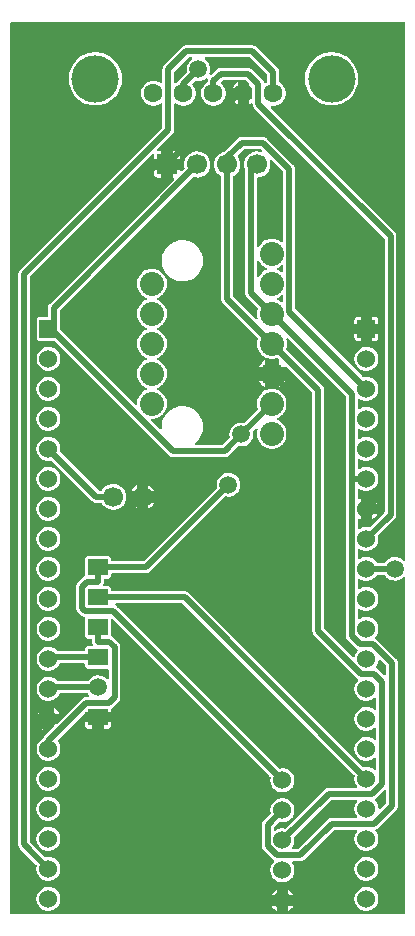
<source format=gbl>
G04 Layer: BottomLayer*
G04 EasyEDA v6.5.44, 2024-09-18 08:49:22*
G04 5f0ec6a2444f475180eab9a5ccfc1f11,63b8e65828324c89aad8d8d9142c2ac9,10*
G04 Gerber Generator version 0.2*
G04 Scale: 100 percent, Rotated: No, Reflected: No *
G04 Dimensions in millimeters *
G04 leading zeros omitted , absolute positions ,4 integer and 5 decimal *
%FSLAX45Y45*%
%MOMM*%

%AMMACRO1*21,1,$1,$2,0,0,$3*%
%ADD10C,0.5000*%
%ADD11C,0.4064*%
%ADD12C,1.6000*%
%ADD13C,4.0000*%
%ADD14R,1.5240X1.5240*%
%ADD15C,1.5240*%
%ADD16C,1.7000*%
%ADD17R,1.7000X1.7000*%
%ADD18C,1.5000*%
%ADD19MACRO1,1.698X1.4135X0.0000*%
%ADD20C,2.0320*%
%ADD21C,1.5000*%
%ADD22C,0.0163*%

%LPD*%
G36*
X1230630Y7056729D02*
G01*
X1226312Y7056983D01*
X1222451Y7059066D01*
X1219809Y7062520D01*
X1218895Y7066788D01*
X1218895Y7150353D01*
X1219657Y7154265D01*
X1221892Y7157567D01*
X1338732Y7274407D01*
X1342034Y7276642D01*
X1345946Y7277404D01*
X1360779Y7277404D01*
X1364894Y7276541D01*
X1368298Y7274052D01*
X1370431Y7270394D01*
X1370888Y7266228D01*
X1369618Y7262215D01*
X1366774Y7259066D01*
X1357528Y7252208D01*
X1347876Y7242911D01*
X1339545Y7232345D01*
X1332738Y7220813D01*
X1327454Y7208469D01*
X1323949Y7195515D01*
X1322120Y7182205D01*
X1322120Y7168794D01*
X1324152Y7154367D01*
X1324102Y7151268D01*
X1323086Y7148322D01*
X1321257Y7145781D01*
X1259840Y7084364D01*
X1256741Y7080961D01*
X1254048Y7077456D01*
X1251661Y7073747D01*
X1249426Y7069429D01*
X1247800Y7067143D01*
X1234694Y7058355D01*
G37*

%LPD*%
G36*
X1987143Y7055154D02*
G01*
X1983587Y7056374D01*
X1980742Y7058812D01*
X1979015Y7062114D01*
X1977847Y7065772D01*
X1976170Y7069836D01*
X1974138Y7073747D01*
X1971751Y7077456D01*
X1969058Y7080961D01*
X1965960Y7084364D01*
X1877364Y7172959D01*
X1873961Y7176058D01*
X1870456Y7178751D01*
X1866747Y7181138D01*
X1862836Y7183170D01*
X1858772Y7184847D01*
X1854555Y7186168D01*
X1850288Y7187133D01*
X1845919Y7187692D01*
X1841296Y7187895D01*
X1613103Y7187895D01*
X1608480Y7187692D01*
X1604111Y7187133D01*
X1599844Y7186168D01*
X1595628Y7184847D01*
X1591564Y7183170D01*
X1587652Y7181138D01*
X1583944Y7178751D01*
X1580438Y7176058D01*
X1577035Y7172959D01*
X1532686Y7128611D01*
X1529435Y7126427D01*
X1525676Y7125614D01*
X1521815Y7126274D01*
X1518564Y7128357D01*
X1516278Y7131507D01*
X1515364Y7135266D01*
X1515872Y7139127D01*
X1519326Y7148931D01*
X1521968Y7162088D01*
X1522882Y7175500D01*
X1521968Y7188911D01*
X1519326Y7202068D01*
X1514906Y7214717D01*
X1508861Y7226706D01*
X1501241Y7237780D01*
X1492250Y7247737D01*
X1481988Y7256373D01*
X1478432Y7258659D01*
X1475384Y7261707D01*
X1473860Y7265771D01*
X1474165Y7270089D01*
X1476197Y7273899D01*
X1479651Y7276490D01*
X1483918Y7277404D01*
X1854454Y7277404D01*
X1858365Y7276642D01*
X1861667Y7274407D01*
X2003907Y7132167D01*
X2006142Y7128865D01*
X2006904Y7124953D01*
X2006904Y7070598D01*
X2006346Y7067296D01*
X2004822Y7064400D01*
X2002383Y7062114D01*
X1994306Y7056729D01*
X1990902Y7055256D01*
G37*

%LPD*%
G36*
X1929180Y5674410D02*
G01*
X1924812Y5674664D01*
X1921002Y5676747D01*
X1918360Y5680202D01*
X1917395Y5684469D01*
X1917395Y6249009D01*
X1918106Y6252718D01*
X1920036Y6255867D01*
X1922983Y6258102D01*
X1926589Y6259169D01*
X1937816Y6260236D01*
X1951634Y6263386D01*
X1964943Y6268262D01*
X1977491Y6274816D01*
X1989074Y6282944D01*
X1999538Y6292443D01*
X2008733Y6303213D01*
X2016455Y6315100D01*
X2022602Y6327851D01*
X2027072Y6341262D01*
X2029764Y6355181D01*
X2030679Y6369304D01*
X2029764Y6383426D01*
X2027174Y6396837D01*
X2027224Y6401104D01*
X2029104Y6404965D01*
X2032355Y6407759D01*
X2036470Y6408928D01*
X2040737Y6408267D01*
X2044293Y6405981D01*
X2137765Y6312509D01*
X2140000Y6309207D01*
X2140762Y6305296D01*
X2140762Y5720029D01*
X2139746Y5715660D01*
X2136952Y5712104D01*
X2132888Y5710123D01*
X2128418Y5710123D01*
X2124354Y5712053D01*
X2116836Y5717895D01*
X2103729Y5725820D01*
X2089708Y5732119D01*
X2075078Y5736691D01*
X2059990Y5739485D01*
X2044649Y5740400D01*
X2029307Y5739485D01*
X2014220Y5736691D01*
X1999589Y5732119D01*
X1985568Y5725820D01*
X1972462Y5717895D01*
X1960372Y5708446D01*
X1949500Y5697575D01*
X1940052Y5685485D01*
X1936242Y5679186D01*
X1933244Y5676036D01*
G37*

%LPD*%
G36*
X2128418Y5456123D02*
G01*
X2124354Y5458053D01*
X2116836Y5463895D01*
X2103729Y5471820D01*
X2092147Y5477052D01*
X2088997Y5479288D01*
X2086864Y5482539D01*
X2086152Y5486298D01*
X2086864Y5490108D01*
X2088997Y5493359D01*
X2092147Y5495594D01*
X2103729Y5500776D01*
X2116836Y5508701D01*
X2124354Y5514594D01*
X2128418Y5516524D01*
X2132888Y5516473D01*
X2136952Y5514492D01*
X2139746Y5510987D01*
X2140762Y5506618D01*
X2140762Y5466029D01*
X2139746Y5461609D01*
X2136952Y5458104D01*
X2132888Y5456123D01*
G37*

%LPD*%
G36*
X1929180Y5420461D02*
G01*
X1924812Y5420664D01*
X1921002Y5422747D01*
X1918360Y5426202D01*
X1917395Y5430469D01*
X1917395Y5542178D01*
X1918360Y5546445D01*
X1921002Y5549900D01*
X1924812Y5551932D01*
X1929180Y5552186D01*
X1933244Y5550560D01*
X1936242Y5547410D01*
X1940052Y5541111D01*
X1949500Y5529021D01*
X1960372Y5518200D01*
X1972462Y5508701D01*
X1985568Y5500776D01*
X1997151Y5495594D01*
X2000300Y5493359D01*
X2002434Y5490108D01*
X2003145Y5486298D01*
X2002434Y5482539D01*
X2000300Y5479288D01*
X1997151Y5477052D01*
X1985568Y5471820D01*
X1972462Y5463895D01*
X1960372Y5454446D01*
X1949500Y5443575D01*
X1940052Y5431485D01*
X1936242Y5425186D01*
X1933244Y5422036D01*
G37*

%LPD*%
G36*
X2128418Y5202123D02*
G01*
X2124354Y5204053D01*
X2116836Y5209895D01*
X2103678Y5217820D01*
X2092147Y5223052D01*
X2088997Y5225288D01*
X2086864Y5228539D01*
X2086152Y5232298D01*
X2086864Y5236108D01*
X2088997Y5239359D01*
X2092147Y5241594D01*
X2103729Y5246776D01*
X2116836Y5254701D01*
X2124354Y5260594D01*
X2128418Y5262524D01*
X2132888Y5262473D01*
X2136952Y5260492D01*
X2139746Y5256987D01*
X2140762Y5252618D01*
X2140762Y5212029D01*
X2139746Y5207660D01*
X2136952Y5204104D01*
X2132888Y5202123D01*
G37*

%LPD*%
G36*
X1913331Y5059324D02*
G01*
X1908911Y5059832D01*
X1905152Y5062220D01*
X1719681Y5247690D01*
X1717446Y5250992D01*
X1716684Y5254904D01*
X1716684Y6265113D01*
X1717344Y6268720D01*
X1719275Y6271869D01*
X1735074Y6282944D01*
X1745538Y6292443D01*
X1754733Y6303213D01*
X1762455Y6315100D01*
X1768602Y6327851D01*
X1773072Y6341262D01*
X1775764Y6355181D01*
X1776679Y6369304D01*
X1775764Y6383426D01*
X1773072Y6397294D01*
X1768602Y6410756D01*
X1762455Y6423507D01*
X1755139Y6434785D01*
X1753768Y6437985D01*
X1753514Y6441389D01*
X1754479Y6444691D01*
X1756460Y6447536D01*
X1808632Y6499707D01*
X1811934Y6501942D01*
X1815846Y6502704D01*
X1943354Y6502704D01*
X1947265Y6501942D01*
X1950567Y6499707D01*
X1957070Y6493205D01*
X1959406Y6489547D01*
X1960016Y6485280D01*
X1958746Y6481114D01*
X1955901Y6477863D01*
X1951939Y6476085D01*
X1947621Y6476136D01*
X1937816Y6478371D01*
X1923745Y6479743D01*
X1909572Y6479286D01*
X1895602Y6477000D01*
X1882038Y6472986D01*
X1869084Y6467246D01*
X1856993Y6459931D01*
X1845919Y6451092D01*
X1836064Y6440932D01*
X1827631Y6429552D01*
X1820672Y6417208D01*
X1815338Y6404102D01*
X1811731Y6390436D01*
X1809953Y6376365D01*
X1809953Y6362242D01*
X1811731Y6348171D01*
X1816404Y6329883D01*
X1816404Y5283149D01*
X1816607Y5278526D01*
X1817166Y5274157D01*
X1818132Y5269839D01*
X1819452Y5265674D01*
X1821180Y5261559D01*
X1823161Y5257698D01*
X1825548Y5253939D01*
X1828241Y5250484D01*
X1831390Y5247030D01*
X1922018Y5156504D01*
X1924100Y5153507D01*
X1925015Y5149951D01*
X1924557Y5146294D01*
X1921256Y5135727D01*
X1918512Y5120640D01*
X1917547Y5105298D01*
X1918512Y5090007D01*
X1921256Y5074920D01*
X1922018Y5072430D01*
X1922373Y5067960D01*
X1920798Y5063794D01*
X1917598Y5060696D01*
G37*

%LPD*%
G36*
X2735834Y2196998D02*
G01*
X2731668Y2197658D01*
X2728112Y2199944D01*
X2491892Y2436012D01*
X2489657Y2439314D01*
X2488895Y2443226D01*
X2488895Y4457242D01*
X2488692Y4461814D01*
X2488133Y4466234D01*
X2487168Y4470501D01*
X2485847Y4474718D01*
X2484170Y4478782D01*
X2482138Y4482693D01*
X2479751Y4486402D01*
X2477058Y4489907D01*
X2473960Y4493310D01*
X2167280Y4800193D01*
X2165197Y4803190D01*
X2164334Y4806746D01*
X2164740Y4810404D01*
X2168042Y4820920D01*
X2170785Y4836007D01*
X2171750Y4851298D01*
X2170785Y4866640D01*
X2168042Y4881727D01*
X2167280Y4884166D01*
X2166924Y4888585D01*
X2168499Y4892802D01*
X2171700Y4895850D01*
X2175967Y4897272D01*
X2180386Y4896764D01*
X2184146Y4894376D01*
X2667609Y4410913D01*
X2669794Y4407611D01*
X2670556Y4403750D01*
X2670556Y2379014D01*
X2670759Y2374392D01*
X2671368Y2370023D01*
X2672283Y2365756D01*
X2673654Y2361539D01*
X2675331Y2357475D01*
X2677363Y2353564D01*
X2679700Y2349855D01*
X2682392Y2346350D01*
X2685542Y2342946D01*
X2752598Y2275840D01*
X2756052Y2272741D01*
X2759405Y2270150D01*
X2765653Y2266391D01*
X2768803Y2263444D01*
X2770428Y2259533D01*
X2770327Y2255215D01*
X2768396Y2251354D01*
X2760980Y2241956D01*
X2754071Y2230272D01*
X2748737Y2217775D01*
X2745130Y2204466D01*
X2743149Y2200706D01*
X2739898Y2198065D01*
G37*

%LPD*%
G36*
X2999943Y2043430D02*
G01*
X2996031Y2044192D01*
X2992729Y2046376D01*
X2946196Y2092960D01*
X2942793Y2096058D01*
X2939288Y2098751D01*
X2935579Y2101138D01*
X2931668Y2103170D01*
X2927858Y2104745D01*
X2924606Y2106879D01*
X2922422Y2110079D01*
X2921558Y2113838D01*
X2922219Y2117648D01*
X2932277Y2132584D01*
X2938424Y2144725D01*
X2942844Y2157526D01*
X2945282Y2169363D01*
X2947009Y2173376D01*
X2950311Y2176221D01*
X2954426Y2177491D01*
X2958744Y2176881D01*
X2962402Y2174544D01*
X3007106Y2129840D01*
X3009341Y2126538D01*
X3010103Y2122627D01*
X3010103Y2053589D01*
X3009341Y2049678D01*
X3007106Y2046376D01*
X3003804Y2044192D01*
G37*

%LPD*%
G36*
X2956407Y911352D02*
G01*
X2952597Y912012D01*
X2949346Y914044D01*
X2947009Y917143D01*
X2946044Y920851D01*
X2945587Y927963D01*
X2942844Y941273D01*
X2938424Y954074D01*
X2932277Y966216D01*
X2924606Y977392D01*
X2918358Y984300D01*
X2916275Y987907D01*
X2915818Y992124D01*
X2917037Y996137D01*
X2919831Y999286D01*
X2924556Y1002792D01*
X2927908Y1005840D01*
X2992729Y1070711D01*
X2996031Y1072896D01*
X2999943Y1073658D01*
X3003804Y1072896D01*
X3007106Y1070711D01*
X3009341Y1067409D01*
X3010103Y1063498D01*
X3010103Y965301D01*
X3009341Y961390D01*
X3007106Y958087D01*
X2963367Y914349D01*
X2960166Y912164D01*
G37*

%LPD*%
G36*
X2223058Y571195D02*
G01*
X2218740Y572160D01*
X2215235Y574903D01*
X2213203Y578866D01*
X2213102Y583336D01*
X2214880Y587400D01*
X2218994Y592988D01*
X2225548Y604875D01*
X2230424Y617575D01*
X2233574Y630783D01*
X2234946Y644296D01*
X2234488Y657860D01*
X2232507Y669391D01*
X2232507Y672642D01*
X2233472Y675690D01*
X2235352Y678281D01*
X2544978Y987907D01*
X2548280Y990142D01*
X2552192Y990904D01*
X2754985Y990904D01*
X2759354Y989888D01*
X2762910Y987094D01*
X2764891Y983030D01*
X2764891Y978509D01*
X2762961Y974445D01*
X2760980Y971956D01*
X2754071Y960272D01*
X2748737Y947775D01*
X2745181Y934669D01*
X2743352Y921207D01*
X2743352Y907592D01*
X2745181Y894130D01*
X2748737Y881024D01*
X2754071Y868527D01*
X2760980Y856843D01*
X2762961Y854354D01*
X2764891Y850290D01*
X2764891Y845769D01*
X2762910Y841705D01*
X2759354Y838911D01*
X2754985Y837895D01*
X2551379Y837895D01*
X2546756Y837692D01*
X2542387Y837133D01*
X2538069Y836168D01*
X2533904Y834847D01*
X2529789Y833170D01*
X2525928Y831138D01*
X2522169Y828751D01*
X2518714Y826058D01*
X2515260Y822960D01*
X2266492Y574192D01*
X2263190Y571957D01*
X2259330Y571195D01*
G37*

%LPD*%
G36*
X-163931Y25908D02*
G01*
X-167843Y26670D01*
X-171094Y28905D01*
X-173329Y32156D01*
X-174091Y36068D01*
X-174091Y7563916D01*
X-173329Y7567828D01*
X-171094Y7571079D01*
X-167843Y7573314D01*
X-163931Y7574076D01*
X3163925Y7574076D01*
X3167837Y7573314D01*
X3171088Y7571079D01*
X3173323Y7567828D01*
X3174085Y7563916D01*
X3174085Y3024936D01*
X3173272Y3020974D01*
X3170986Y3017672D01*
X3167583Y3015488D01*
X3163570Y3014827D01*
X3159658Y3015742D01*
X3155950Y3018637D01*
X3145688Y3027273D01*
X3134410Y3034538D01*
X3122218Y3040176D01*
X3109417Y3044139D01*
X3096158Y3046374D01*
X3082747Y3046831D01*
X3069386Y3045460D01*
X3056331Y3042361D01*
X3043783Y3037535D01*
X3032048Y3031083D01*
X3021228Y3023108D01*
X3011576Y3013811D01*
X3000197Y2999232D01*
X2997149Y2997504D01*
X2993694Y2996895D01*
X2938526Y2996895D01*
X2935325Y2997403D01*
X2932430Y2998927D01*
X2930144Y3001314D01*
X2924606Y3009392D01*
X2915462Y3019501D01*
X2905099Y3028238D01*
X2893669Y3035554D01*
X2881325Y3041294D01*
X2868371Y3045307D01*
X2854960Y3047542D01*
X2841396Y3048000D01*
X2827883Y3046679D01*
X2814675Y3043529D01*
X2801975Y3038652D01*
X2790088Y3032099D01*
X2787751Y3030372D01*
X2783687Y3028594D01*
X2779268Y3028696D01*
X2775305Y3030728D01*
X2772562Y3034233D01*
X2771597Y3038551D01*
X2771597Y3108248D01*
X2772562Y3112566D01*
X2775305Y3116072D01*
X2779268Y3118104D01*
X2783687Y3118205D01*
X2787751Y3116427D01*
X2790088Y3114700D01*
X2801975Y3108147D01*
X2814675Y3103270D01*
X2827883Y3100120D01*
X2841396Y3098800D01*
X2854960Y3099206D01*
X2868371Y3101492D01*
X2881325Y3105505D01*
X2893669Y3111246D01*
X2905099Y3118561D01*
X2915462Y3127298D01*
X2924606Y3137408D01*
X2932277Y3148584D01*
X2938424Y3160725D01*
X2942844Y3173526D01*
X2945587Y3186836D01*
X2946501Y3200400D01*
X2945587Y3213963D01*
X2944012Y3221736D01*
X2943860Y3225038D01*
X2944825Y3228238D01*
X2946755Y3230930D01*
X3084068Y3368243D01*
X3087166Y3371646D01*
X3089859Y3375151D01*
X3092246Y3378860D01*
X3094278Y3382772D01*
X3095955Y3386836D01*
X3097276Y3391052D01*
X3098241Y3395319D01*
X3098800Y3399688D01*
X3099003Y3404311D01*
X3099003Y5765088D01*
X3098800Y5769711D01*
X3098241Y5774080D01*
X3097276Y5778347D01*
X3095955Y5782564D01*
X3094278Y5786628D01*
X3092246Y5790539D01*
X3089859Y5794248D01*
X3087166Y5797753D01*
X3084068Y5801156D01*
X2034692Y6850532D01*
X2032457Y6853936D01*
X2031695Y6857949D01*
X2032609Y6861911D01*
X2035048Y6865213D01*
X2038553Y6867296D01*
X2042566Y6867855D01*
X2057400Y6866839D01*
X2071166Y6867702D01*
X2084679Y6870395D01*
X2097786Y6874865D01*
X2110130Y6880961D01*
X2121611Y6888632D01*
X2131974Y6897725D01*
X2141067Y6908088D01*
X2148738Y6919569D01*
X2154834Y6931914D01*
X2159304Y6945020D01*
X2161997Y6958533D01*
X2162860Y6972300D01*
X2161997Y6986066D01*
X2159304Y6999579D01*
X2154834Y7012686D01*
X2148738Y7025030D01*
X2141067Y7036511D01*
X2131974Y7046874D01*
X2121611Y7055967D01*
X2112416Y7062114D01*
X2109978Y7064400D01*
X2108454Y7067296D01*
X2107895Y7070547D01*
X2107895Y7149896D01*
X2107692Y7154519D01*
X2107133Y7158888D01*
X2106168Y7163155D01*
X2104847Y7167372D01*
X2103170Y7171436D01*
X2101138Y7175347D01*
X2098751Y7179056D01*
X2096058Y7182561D01*
X2092960Y7185964D01*
X1915464Y7363459D01*
X1912061Y7366558D01*
X1908556Y7369251D01*
X1904847Y7371638D01*
X1900936Y7373670D01*
X1896872Y7375347D01*
X1892655Y7376668D01*
X1888388Y7377633D01*
X1884019Y7378192D01*
X1879396Y7378395D01*
X1321003Y7378395D01*
X1316380Y7378192D01*
X1312011Y7377633D01*
X1307744Y7376668D01*
X1303528Y7375347D01*
X1299464Y7373670D01*
X1295552Y7371638D01*
X1291844Y7369251D01*
X1288338Y7366558D01*
X1284935Y7363459D01*
X1132840Y7211364D01*
X1129741Y7207961D01*
X1127048Y7204456D01*
X1124661Y7200747D01*
X1122629Y7196836D01*
X1120952Y7192772D01*
X1119632Y7188555D01*
X1118666Y7184288D01*
X1118108Y7179919D01*
X1117904Y7175296D01*
X1117904Y7066788D01*
X1116990Y7062520D01*
X1114348Y7059066D01*
X1110488Y7056983D01*
X1106170Y7056729D01*
X1102106Y7058355D01*
X1094130Y7063638D01*
X1081786Y7069734D01*
X1068679Y7074204D01*
X1055166Y7076897D01*
X1041400Y7077760D01*
X1027633Y7076897D01*
X1014120Y7074204D01*
X1001014Y7069734D01*
X988669Y7063638D01*
X977188Y7055967D01*
X966825Y7046874D01*
X957732Y7036511D01*
X950061Y7025030D01*
X943965Y7012686D01*
X939495Y6999579D01*
X936802Y6986066D01*
X935939Y6972300D01*
X936802Y6958533D01*
X939495Y6945020D01*
X943965Y6931914D01*
X950061Y6919569D01*
X957732Y6908088D01*
X966825Y6897725D01*
X977188Y6888632D01*
X988669Y6880961D01*
X1001014Y6874865D01*
X1014120Y6870395D01*
X1027633Y6867702D01*
X1041400Y6866839D01*
X1055166Y6867702D01*
X1068679Y6870395D01*
X1081786Y6874865D01*
X1094130Y6880961D01*
X1102106Y6886244D01*
X1106170Y6887870D01*
X1110488Y6887616D01*
X1114348Y6885533D01*
X1116990Y6882079D01*
X1117904Y6877812D01*
X1117904Y6688581D01*
X1117142Y6684670D01*
X1114907Y6681368D01*
X-89154Y5477052D01*
X-92252Y5473649D01*
X-94945Y5470144D01*
X-97332Y5466435D01*
X-99364Y5462524D01*
X-101041Y5458460D01*
X-102362Y5454243D01*
X-103327Y5449976D01*
X-103885Y5445607D01*
X-104089Y5440984D01*
X-104089Y612597D01*
X-103885Y607974D01*
X-103327Y603605D01*
X-102362Y599338D01*
X-101041Y595122D01*
X-99364Y591058D01*
X-97332Y587146D01*
X-94945Y583438D01*
X-92252Y579932D01*
X-89154Y576529D01*
X50292Y437083D01*
X52324Y434187D01*
X53238Y430733D01*
X50952Y413207D01*
X50952Y399592D01*
X52781Y386130D01*
X56337Y373024D01*
X61671Y360527D01*
X68580Y348843D01*
X77012Y338175D01*
X86766Y328777D01*
X97688Y320700D01*
X109575Y314147D01*
X122275Y309270D01*
X135483Y306120D01*
X148996Y304800D01*
X162560Y305206D01*
X175971Y307492D01*
X188925Y311505D01*
X201269Y317246D01*
X212699Y324561D01*
X223062Y333298D01*
X232206Y343408D01*
X239877Y354584D01*
X246024Y366725D01*
X250444Y379526D01*
X253187Y392836D01*
X254101Y406400D01*
X253187Y419963D01*
X250444Y433273D01*
X246024Y446074D01*
X239877Y458216D01*
X232206Y469392D01*
X223062Y479501D01*
X212699Y488238D01*
X201269Y495554D01*
X188925Y501294D01*
X175971Y505307D01*
X162560Y507542D01*
X148996Y508000D01*
X135483Y506679D01*
X131368Y505663D01*
X127965Y505459D01*
X124663Y506374D01*
X121818Y508406D01*
X-101Y630326D01*
X-2336Y633628D01*
X-3098Y637540D01*
X-3098Y5416042D01*
X-2336Y5419953D01*
X-101Y5423255D01*
X1030376Y6453936D01*
X1033627Y6456121D01*
X1037539Y6456934D01*
X1041450Y6456121D01*
X1044702Y6453936D01*
X1046937Y6450634D01*
X1047699Y6446774D01*
X1047699Y6418122D01*
X1109370Y6418122D01*
X1109370Y6479794D01*
X1080719Y6479794D01*
X1076858Y6480556D01*
X1073556Y6482791D01*
X1071372Y6486093D01*
X1070559Y6489954D01*
X1071372Y6493865D01*
X1073556Y6497116D01*
X1203960Y6627571D01*
X1207058Y6630974D01*
X1209751Y6634480D01*
X1212138Y6638188D01*
X1214170Y6642100D01*
X1215847Y6646164D01*
X1217168Y6650380D01*
X1218133Y6654647D01*
X1218692Y6659016D01*
X1218895Y6663639D01*
X1218895Y6877812D01*
X1219809Y6882079D01*
X1222451Y6885533D01*
X1226312Y6887616D01*
X1230630Y6887870D01*
X1234694Y6886244D01*
X1242669Y6880961D01*
X1255014Y6874865D01*
X1268120Y6870395D01*
X1281633Y6867702D01*
X1295400Y6866839D01*
X1309166Y6867702D01*
X1322679Y6870395D01*
X1335786Y6874865D01*
X1348130Y6880961D01*
X1359611Y6888632D01*
X1369974Y6897725D01*
X1379067Y6908088D01*
X1386738Y6919569D01*
X1392834Y6931914D01*
X1397304Y6945020D01*
X1399997Y6958533D01*
X1400860Y6972300D01*
X1399997Y6986066D01*
X1397304Y6999579D01*
X1392834Y7012686D01*
X1386738Y7025030D01*
X1379067Y7036511D01*
X1374038Y7042302D01*
X1372108Y7045553D01*
X1371498Y7049312D01*
X1372362Y7053021D01*
X1374495Y7056170D01*
X1392834Y7074509D01*
X1395628Y7076490D01*
X1398930Y7077405D01*
X1402384Y7077202D01*
X1405686Y7076440D01*
X1419047Y7075068D01*
X1432458Y7075525D01*
X1445717Y7077760D01*
X1458518Y7081723D01*
X1470710Y7087362D01*
X1481988Y7094626D01*
X1484020Y7096302D01*
X1487678Y7098284D01*
X1491894Y7098639D01*
X1495806Y7097217D01*
X1498904Y7094372D01*
X1500530Y7090511D01*
X1500479Y7086346D01*
X1499666Y7082688D01*
X1499108Y7078370D01*
X1498904Y7070293D01*
X1498295Y7067143D01*
X1496720Y7064298D01*
X1494383Y7062114D01*
X1485188Y7055967D01*
X1474825Y7046874D01*
X1465732Y7036511D01*
X1458061Y7025030D01*
X1451965Y7012686D01*
X1447495Y6999579D01*
X1444802Y6986066D01*
X1443939Y6972300D01*
X1444802Y6958533D01*
X1447495Y6945020D01*
X1451965Y6931914D01*
X1458061Y6919569D01*
X1465732Y6908088D01*
X1474825Y6897725D01*
X1485188Y6888632D01*
X1496669Y6880961D01*
X1509014Y6874865D01*
X1522120Y6870395D01*
X1535633Y6867702D01*
X1549400Y6866839D01*
X1563166Y6867702D01*
X1576679Y6870395D01*
X1589786Y6874865D01*
X1602130Y6880961D01*
X1613611Y6888632D01*
X1623974Y6897725D01*
X1633067Y6908088D01*
X1640738Y6919569D01*
X1646834Y6931914D01*
X1651304Y6945020D01*
X1653997Y6958533D01*
X1654860Y6972300D01*
X1653997Y6986066D01*
X1651304Y6999579D01*
X1646834Y7012686D01*
X1640738Y7025030D01*
X1633067Y7036511D01*
X1623974Y7046874D01*
X1616049Y7053834D01*
X1613560Y7057136D01*
X1612595Y7061149D01*
X1613306Y7065213D01*
X1615592Y7068667D01*
X1630832Y7083907D01*
X1634134Y7086142D01*
X1638046Y7086904D01*
X1754225Y7086904D01*
X1758645Y7085888D01*
X1760626Y7084314D01*
X1763318Y7086142D01*
X1767230Y7086904D01*
X1816354Y7086904D01*
X1820265Y7086142D01*
X1823567Y7083907D01*
X1846783Y7060692D01*
X1848967Y7057390D01*
X1849729Y7053529D01*
X1849729Y7018629D01*
X1869744Y7018629D01*
X1873605Y7017867D01*
X1876907Y7015683D01*
X1879142Y7012381D01*
X1879904Y7008469D01*
X1879904Y6936130D01*
X1879142Y6932218D01*
X1876907Y6928916D01*
X1873605Y6926732D01*
X1869744Y6925970D01*
X1849729Y6925970D01*
X1849729Y6877812D01*
X1856130Y6880961D01*
X1864360Y6886448D01*
X1868119Y6887972D01*
X1872234Y6887870D01*
X1875942Y6886194D01*
X1878736Y6883196D01*
X1880057Y6879336D01*
X1880666Y6874611D01*
X1881632Y6870344D01*
X1882952Y6866128D01*
X1884629Y6862064D01*
X1886661Y6858152D01*
X1889048Y6854444D01*
X1891741Y6850938D01*
X1894839Y6847535D01*
X2995015Y5747359D01*
X2997250Y5744057D01*
X2998012Y5740146D01*
X2998012Y3429254D01*
X2997250Y3425342D01*
X2995015Y3422040D01*
X2875432Y3302457D01*
X2872841Y3300577D01*
X2869742Y3299612D01*
X2866542Y3299612D01*
X2854960Y3301542D01*
X2841396Y3302000D01*
X2827883Y3300679D01*
X2814675Y3297529D01*
X2801975Y3292652D01*
X2790088Y3286099D01*
X2787751Y3284372D01*
X2783687Y3282594D01*
X2779268Y3282696D01*
X2775305Y3284728D01*
X2772562Y3288233D01*
X2771597Y3292551D01*
X2771597Y3362248D01*
X2772562Y3366566D01*
X2775305Y3370072D01*
X2779268Y3372104D01*
X2783687Y3372205D01*
X2787751Y3370427D01*
X2790088Y3368700D01*
X2800350Y3363061D01*
X2800350Y3409950D01*
X2781757Y3409950D01*
X2777845Y3410712D01*
X2774543Y3412947D01*
X2772359Y3416198D01*
X2771597Y3420110D01*
X2771597Y3488690D01*
X2772359Y3492601D01*
X2774543Y3495852D01*
X2777845Y3498087D01*
X2781757Y3498850D01*
X2800350Y3498850D01*
X2800350Y3545738D01*
X2790088Y3540099D01*
X2787751Y3538372D01*
X2783687Y3536594D01*
X2779268Y3536696D01*
X2775305Y3538728D01*
X2772562Y3542233D01*
X2771597Y3546551D01*
X2771597Y3616248D01*
X2772562Y3620566D01*
X2775305Y3624072D01*
X2779268Y3626104D01*
X2783687Y3626205D01*
X2787751Y3624427D01*
X2790088Y3622700D01*
X2801975Y3616147D01*
X2814675Y3611270D01*
X2827883Y3608120D01*
X2841396Y3606800D01*
X2854960Y3607206D01*
X2868371Y3609492D01*
X2881325Y3613505D01*
X2893669Y3619246D01*
X2905099Y3626561D01*
X2915462Y3635298D01*
X2924606Y3645408D01*
X2932277Y3656584D01*
X2938424Y3668725D01*
X2942844Y3681526D01*
X2945587Y3694836D01*
X2946501Y3708400D01*
X2945587Y3721963D01*
X2942844Y3735273D01*
X2938424Y3748074D01*
X2932277Y3760215D01*
X2924606Y3771392D01*
X2915462Y3781501D01*
X2905099Y3790238D01*
X2893669Y3797554D01*
X2881325Y3803294D01*
X2868371Y3807307D01*
X2854960Y3809542D01*
X2841396Y3810000D01*
X2827883Y3808679D01*
X2814675Y3805529D01*
X2801975Y3800652D01*
X2790088Y3794099D01*
X2787751Y3792372D01*
X2783687Y3790594D01*
X2779268Y3790696D01*
X2775305Y3792728D01*
X2772562Y3796233D01*
X2771597Y3800551D01*
X2771597Y3870248D01*
X2772562Y3874566D01*
X2775305Y3878072D01*
X2779268Y3880104D01*
X2783687Y3880205D01*
X2787751Y3878427D01*
X2790088Y3876700D01*
X2801975Y3870147D01*
X2814675Y3865270D01*
X2827883Y3862120D01*
X2841396Y3860800D01*
X2854960Y3861206D01*
X2868371Y3863492D01*
X2881325Y3867505D01*
X2893669Y3873246D01*
X2905099Y3880561D01*
X2915462Y3889298D01*
X2924606Y3899408D01*
X2932277Y3910584D01*
X2938424Y3922725D01*
X2942844Y3935526D01*
X2945587Y3948836D01*
X2946501Y3962400D01*
X2945587Y3975963D01*
X2942844Y3989273D01*
X2938424Y4002074D01*
X2932277Y4014215D01*
X2924606Y4025392D01*
X2915462Y4035501D01*
X2905099Y4044238D01*
X2893669Y4051554D01*
X2881325Y4057294D01*
X2868371Y4061307D01*
X2854960Y4063542D01*
X2841396Y4064000D01*
X2827883Y4062679D01*
X2814675Y4059529D01*
X2801975Y4054652D01*
X2790088Y4048099D01*
X2787751Y4046372D01*
X2783687Y4044594D01*
X2779268Y4044696D01*
X2775305Y4046728D01*
X2772562Y4050233D01*
X2771597Y4054551D01*
X2771597Y4124248D01*
X2772562Y4128566D01*
X2775305Y4132072D01*
X2779268Y4134104D01*
X2783687Y4134205D01*
X2787751Y4132427D01*
X2790088Y4130700D01*
X2801975Y4124147D01*
X2814675Y4119270D01*
X2827883Y4116120D01*
X2841396Y4114800D01*
X2854960Y4115206D01*
X2868371Y4117492D01*
X2881325Y4121505D01*
X2893669Y4127246D01*
X2905099Y4134561D01*
X2915462Y4143298D01*
X2924606Y4153408D01*
X2932277Y4164584D01*
X2938424Y4176725D01*
X2942844Y4189526D01*
X2945587Y4202836D01*
X2946501Y4216400D01*
X2945587Y4229963D01*
X2942844Y4243273D01*
X2938424Y4256074D01*
X2932277Y4268216D01*
X2924606Y4279392D01*
X2915462Y4289501D01*
X2905099Y4298238D01*
X2893669Y4305554D01*
X2881325Y4311294D01*
X2868371Y4315307D01*
X2854960Y4317542D01*
X2841396Y4318000D01*
X2827883Y4316679D01*
X2814675Y4313529D01*
X2801975Y4308652D01*
X2790088Y4302099D01*
X2787751Y4300372D01*
X2783687Y4298594D01*
X2779268Y4298696D01*
X2775305Y4300728D01*
X2772562Y4304233D01*
X2771597Y4308551D01*
X2771597Y4378248D01*
X2772562Y4382566D01*
X2775305Y4386072D01*
X2779268Y4388104D01*
X2783687Y4388205D01*
X2787751Y4386427D01*
X2790088Y4384700D01*
X2801975Y4378147D01*
X2814675Y4373270D01*
X2827883Y4370120D01*
X2841396Y4368800D01*
X2854960Y4369206D01*
X2868371Y4371492D01*
X2881325Y4375505D01*
X2893669Y4381246D01*
X2905099Y4388561D01*
X2915462Y4397298D01*
X2924606Y4407408D01*
X2932277Y4418584D01*
X2938424Y4430725D01*
X2942844Y4443526D01*
X2945587Y4456836D01*
X2946501Y4470400D01*
X2945587Y4483963D01*
X2942844Y4497273D01*
X2938424Y4510074D01*
X2932277Y4522216D01*
X2924606Y4533392D01*
X2915462Y4543501D01*
X2905099Y4552238D01*
X2893669Y4559554D01*
X2881325Y4565294D01*
X2868371Y4569307D01*
X2854960Y4571542D01*
X2841396Y4572000D01*
X2827883Y4570679D01*
X2823768Y4569663D01*
X2820314Y4569460D01*
X2817012Y4570374D01*
X2814218Y4572355D01*
X2244750Y5141620D01*
X2242515Y5144922D01*
X2241753Y5148834D01*
X2241753Y6330238D01*
X2241550Y6334861D01*
X2240991Y6339230D01*
X2240026Y6343497D01*
X2238705Y6347714D01*
X2237028Y6351778D01*
X2234996Y6355689D01*
X2232609Y6359398D01*
X2229916Y6362903D01*
X2226818Y6366306D01*
X2004364Y6588759D01*
X2000961Y6591858D01*
X1997456Y6594551D01*
X1993747Y6596938D01*
X1989836Y6598970D01*
X1985772Y6600647D01*
X1981555Y6601968D01*
X1977288Y6602933D01*
X1972919Y6603492D01*
X1968296Y6603695D01*
X1790903Y6603695D01*
X1786280Y6603492D01*
X1781911Y6602933D01*
X1777644Y6601968D01*
X1773428Y6600647D01*
X1769364Y6598970D01*
X1765452Y6596938D01*
X1761743Y6594551D01*
X1758238Y6591858D01*
X1754835Y6588759D01*
X1645513Y6479438D01*
X1643532Y6477914D01*
X1641246Y6476898D01*
X1628038Y6472986D01*
X1615084Y6467246D01*
X1602994Y6459931D01*
X1591919Y6451092D01*
X1582064Y6440932D01*
X1573631Y6429552D01*
X1566672Y6417208D01*
X1561338Y6404102D01*
X1557731Y6390436D01*
X1555953Y6376365D01*
X1555953Y6362242D01*
X1557731Y6348171D01*
X1561338Y6334506D01*
X1566672Y6321348D01*
X1573631Y6309004D01*
X1582064Y6297676D01*
X1591919Y6287516D01*
X1602994Y6278676D01*
X1610817Y6273952D01*
X1613408Y6271666D01*
X1615084Y6268669D01*
X1615694Y6265265D01*
X1615694Y5229961D01*
X1615897Y5225338D01*
X1616456Y5220970D01*
X1617421Y5216702D01*
X1618742Y5212486D01*
X1620418Y5208422D01*
X1622450Y5204510D01*
X1624838Y5200802D01*
X1627530Y5197297D01*
X1630629Y5193893D01*
X1922018Y4902504D01*
X1924100Y4899456D01*
X1924964Y4895900D01*
X1924557Y4892294D01*
X1921256Y4881727D01*
X1918512Y4866640D01*
X1917547Y4851298D01*
X1918512Y4836007D01*
X1921256Y4820920D01*
X1925828Y4806238D01*
X1932127Y4792268D01*
X1940052Y4779111D01*
X1949500Y4767021D01*
X1960372Y4756200D01*
X1972462Y4746701D01*
X1985568Y4738776D01*
X1997151Y4733594D01*
X1998878Y4732375D01*
X2000656Y4732172D01*
X2014220Y4727905D01*
X2029307Y4725162D01*
X2044649Y4724247D01*
X2059939Y4725162D01*
X2075078Y4727905D01*
X2085695Y4731258D01*
X2089353Y4731664D01*
X2092909Y4730800D01*
X2095906Y4728718D01*
X2098802Y4725822D01*
X2101037Y4722520D01*
X2101799Y4718608D01*
X2101799Y4654448D01*
X2165908Y4654448D01*
X2169769Y4653686D01*
X2173071Y4651502D01*
X2384907Y4439513D01*
X2387142Y4436211D01*
X2387904Y4432350D01*
X2387904Y2418283D01*
X2388108Y2413660D01*
X2388666Y2409291D01*
X2389632Y2404973D01*
X2390952Y2400808D01*
X2392629Y2396744D01*
X2394661Y2392832D01*
X2397048Y2389124D01*
X2399741Y2385618D01*
X2402840Y2382215D01*
X2763469Y2021839D01*
X2766872Y2018741D01*
X2770530Y2015896D01*
X2773324Y2012594D01*
X2774492Y2008428D01*
X2773832Y2004161D01*
X2771394Y2000554D01*
X2769412Y1998624D01*
X2760980Y1987956D01*
X2754071Y1976272D01*
X2748737Y1963775D01*
X2745181Y1950669D01*
X2743352Y1937207D01*
X2743352Y1923592D01*
X2745181Y1910130D01*
X2748737Y1897024D01*
X2754071Y1884527D01*
X2760980Y1872843D01*
X2769412Y1862175D01*
X2779166Y1852777D01*
X2790088Y1844700D01*
X2801975Y1838147D01*
X2814675Y1833270D01*
X2827883Y1830120D01*
X2841396Y1828800D01*
X2854960Y1829206D01*
X2868371Y1831492D01*
X2881325Y1835505D01*
X2893669Y1841246D01*
X2905099Y1848561D01*
X2909925Y1852574D01*
X2913227Y1854454D01*
X2917037Y1854962D01*
X2920746Y1854047D01*
X2923844Y1851812D01*
X2925927Y1848612D01*
X2926638Y1844852D01*
X2926638Y1761947D01*
X2925927Y1758188D01*
X2923844Y1754987D01*
X2920746Y1752752D01*
X2917037Y1751838D01*
X2913227Y1752346D01*
X2909925Y1754225D01*
X2905099Y1758238D01*
X2893669Y1765554D01*
X2881325Y1771294D01*
X2868371Y1775307D01*
X2854960Y1777542D01*
X2841396Y1778000D01*
X2827883Y1776679D01*
X2814675Y1773529D01*
X2801975Y1768652D01*
X2790088Y1762099D01*
X2779166Y1754022D01*
X2769412Y1744624D01*
X2760980Y1733956D01*
X2754071Y1722272D01*
X2748737Y1709775D01*
X2745181Y1696669D01*
X2743352Y1683207D01*
X2743352Y1669592D01*
X2745181Y1656130D01*
X2748737Y1643024D01*
X2754071Y1630527D01*
X2760980Y1618843D01*
X2769412Y1608175D01*
X2779166Y1598777D01*
X2790088Y1590700D01*
X2801975Y1584147D01*
X2814675Y1579270D01*
X2827883Y1576120D01*
X2841396Y1574800D01*
X2854960Y1575206D01*
X2868371Y1577492D01*
X2881325Y1581505D01*
X2893669Y1587246D01*
X2905099Y1594561D01*
X2909925Y1598574D01*
X2913227Y1600454D01*
X2917037Y1600962D01*
X2920746Y1600047D01*
X2923844Y1597812D01*
X2925927Y1594612D01*
X2926638Y1590852D01*
X2926638Y1507947D01*
X2925927Y1504188D01*
X2923844Y1500987D01*
X2920746Y1498752D01*
X2917037Y1497838D01*
X2913227Y1498346D01*
X2909925Y1500225D01*
X2905099Y1504238D01*
X2893669Y1511554D01*
X2881325Y1517294D01*
X2868371Y1521307D01*
X2854960Y1523542D01*
X2841396Y1524000D01*
X2827883Y1522679D01*
X2814675Y1519529D01*
X2801975Y1514652D01*
X2790088Y1508099D01*
X2779166Y1500022D01*
X2769412Y1490624D01*
X2760980Y1479956D01*
X2754071Y1468272D01*
X2748737Y1455775D01*
X2745181Y1442669D01*
X2743352Y1429207D01*
X2743352Y1415592D01*
X2745181Y1402130D01*
X2748737Y1389024D01*
X2754071Y1376527D01*
X2760980Y1364843D01*
X2769412Y1354175D01*
X2779166Y1344777D01*
X2790088Y1336700D01*
X2801975Y1330147D01*
X2814675Y1325270D01*
X2827883Y1322120D01*
X2841396Y1320800D01*
X2854960Y1321206D01*
X2868371Y1323492D01*
X2881325Y1327505D01*
X2893669Y1333246D01*
X2905099Y1340561D01*
X2909925Y1344574D01*
X2913227Y1346454D01*
X2917037Y1346962D01*
X2920746Y1346047D01*
X2923844Y1343812D01*
X2925927Y1340612D01*
X2926638Y1336852D01*
X2926638Y1253947D01*
X2925927Y1250188D01*
X2923844Y1246987D01*
X2920746Y1244752D01*
X2917037Y1243838D01*
X2913227Y1244346D01*
X2909925Y1246225D01*
X2905099Y1250238D01*
X2893669Y1257554D01*
X2881325Y1263294D01*
X2868371Y1267307D01*
X2854960Y1269542D01*
X2841396Y1270000D01*
X2827883Y1268679D01*
X2823768Y1267663D01*
X2820365Y1267460D01*
X2817063Y1268374D01*
X2814218Y1270406D01*
X1343964Y2740660D01*
X1340510Y2743809D01*
X1337056Y2746502D01*
X1333296Y2748838D01*
X1329436Y2750870D01*
X1325321Y2752547D01*
X1321155Y2753918D01*
X1316837Y2754833D01*
X1312468Y2755442D01*
X1307846Y2755646D01*
X692150Y2755646D01*
X688238Y2756408D01*
X684936Y2758592D01*
X682752Y2761894D01*
X681990Y2765806D01*
X681990Y2775254D01*
X681278Y2781503D01*
X679399Y2786888D01*
X676351Y2791714D01*
X672338Y2795727D01*
X667512Y2798775D01*
X662127Y2800654D01*
X655878Y2801315D01*
X625602Y2801315D01*
X621639Y2802128D01*
X618337Y2804464D01*
X616153Y2807868D01*
X615492Y2811830D01*
X616407Y2815793D01*
X618896Y2821127D01*
X621182Y2829610D01*
X621995Y2838805D01*
X621995Y2852674D01*
X622757Y2856585D01*
X624941Y2859887D01*
X628243Y2862072D01*
X632155Y2862834D01*
X655878Y2862834D01*
X662127Y2863545D01*
X667512Y2865424D01*
X672338Y2868472D01*
X676351Y2872486D01*
X679399Y2877312D01*
X681278Y2882696D01*
X681990Y2888945D01*
X681990Y2898444D01*
X682752Y2902356D01*
X684936Y2905658D01*
X688238Y2907842D01*
X692150Y2908604D01*
X977696Y2908604D01*
X982319Y2908808D01*
X986688Y2909417D01*
X991006Y2910332D01*
X995171Y2911703D01*
X999286Y2913380D01*
X1003147Y2915412D01*
X1006906Y2917748D01*
X1010361Y2920441D01*
X1013815Y2923590D01*
X1646834Y3556609D01*
X1649628Y3558590D01*
X1652930Y3559505D01*
X1656384Y3559301D01*
X1659686Y3558540D01*
X1673047Y3557168D01*
X1686458Y3557625D01*
X1699717Y3559860D01*
X1712518Y3563823D01*
X1724710Y3569462D01*
X1735988Y3576726D01*
X1746250Y3585362D01*
X1755241Y3595319D01*
X1762861Y3606393D01*
X1768906Y3618382D01*
X1773326Y3631031D01*
X1775968Y3644188D01*
X1776882Y3657600D01*
X1775968Y3671011D01*
X1773326Y3684168D01*
X1768906Y3696817D01*
X1762861Y3708806D01*
X1755241Y3719880D01*
X1746250Y3729837D01*
X1735988Y3738473D01*
X1724710Y3745737D01*
X1712518Y3751376D01*
X1699717Y3755339D01*
X1686458Y3757574D01*
X1673047Y3758031D01*
X1659686Y3756660D01*
X1646631Y3753561D01*
X1634083Y3748735D01*
X1622348Y3742283D01*
X1611528Y3734308D01*
X1601876Y3725011D01*
X1593545Y3714445D01*
X1586738Y3702913D01*
X1581454Y3690569D01*
X1577949Y3677615D01*
X1576120Y3664305D01*
X1576120Y3650894D01*
X1578152Y3636467D01*
X1578102Y3633368D01*
X1577086Y3630422D01*
X1575257Y3627882D01*
X959967Y3012592D01*
X956665Y3010408D01*
X952804Y3009646D01*
X692150Y3009646D01*
X688238Y3010408D01*
X684936Y3012592D01*
X682752Y3015894D01*
X681990Y3019806D01*
X681990Y3029254D01*
X681278Y3035503D01*
X679399Y3040888D01*
X676351Y3045714D01*
X672338Y3049727D01*
X667512Y3052775D01*
X662127Y3054654D01*
X655878Y3055315D01*
X487121Y3055315D01*
X480872Y3054654D01*
X475488Y3052775D01*
X470662Y3049727D01*
X466648Y3045714D01*
X463600Y3040888D01*
X461721Y3035503D01*
X461060Y3029254D01*
X461060Y2891028D01*
X460451Y2887675D01*
X458825Y2884728D01*
X456285Y2882442D01*
X451916Y2879699D01*
X448462Y2877058D01*
X445008Y2873908D01*
X400456Y2829356D01*
X397357Y2825953D01*
X394665Y2822448D01*
X392277Y2818739D01*
X390245Y2814828D01*
X388569Y2810764D01*
X387248Y2806547D01*
X386283Y2802280D01*
X385724Y2797911D01*
X385521Y2793288D01*
X385521Y2617673D01*
X385724Y2613050D01*
X386283Y2608681D01*
X387248Y2604363D01*
X388569Y2600198D01*
X390245Y2596083D01*
X392277Y2592171D01*
X394665Y2588463D01*
X397357Y2585008D01*
X400456Y2581554D01*
X428294Y2553716D01*
X431749Y2550617D01*
X435203Y2547924D01*
X438962Y2545537D01*
X442823Y2543505D01*
X446938Y2541828D01*
X454456Y2539593D01*
X457708Y2538018D01*
X460197Y2535478D01*
X461619Y2532227D01*
X461873Y2528620D01*
X461060Y2521254D01*
X461060Y2380945D01*
X461721Y2374696D01*
X463600Y2369312D01*
X466648Y2364486D01*
X470662Y2360472D01*
X475488Y2357424D01*
X480872Y2355545D01*
X487121Y2354834D01*
X510793Y2354834D01*
X514705Y2354072D01*
X518007Y2351887D01*
X520192Y2348585D01*
X520954Y2344674D01*
X520954Y2330805D01*
X521766Y2321610D01*
X524052Y2313127D01*
X526542Y2307793D01*
X527456Y2303830D01*
X526796Y2299868D01*
X524611Y2296464D01*
X521309Y2294128D01*
X517347Y2293315D01*
X487121Y2293315D01*
X480872Y2292654D01*
X475488Y2290775D01*
X470662Y2287727D01*
X466648Y2283714D01*
X463600Y2278888D01*
X461721Y2273503D01*
X461060Y2267254D01*
X461060Y2257806D01*
X460248Y2253894D01*
X458063Y2250592D01*
X454761Y2248408D01*
X450900Y2247646D01*
X236524Y2247646D01*
X232410Y2248509D01*
X229006Y2250948D01*
X223062Y2257501D01*
X212699Y2266238D01*
X201269Y2273554D01*
X188925Y2279294D01*
X175971Y2283307D01*
X162560Y2285542D01*
X148996Y2286000D01*
X135483Y2284679D01*
X122275Y2281529D01*
X109575Y2276652D01*
X97688Y2270099D01*
X86766Y2262022D01*
X77012Y2252624D01*
X68580Y2241956D01*
X61671Y2230272D01*
X56337Y2217775D01*
X52781Y2204669D01*
X50952Y2191207D01*
X50952Y2177592D01*
X52781Y2164130D01*
X56337Y2151024D01*
X61671Y2138527D01*
X68580Y2126843D01*
X77012Y2116175D01*
X86766Y2106777D01*
X97688Y2098700D01*
X109575Y2092147D01*
X122275Y2087270D01*
X135483Y2084120D01*
X148996Y2082800D01*
X162560Y2083206D01*
X175971Y2085492D01*
X188925Y2089505D01*
X201269Y2095246D01*
X212699Y2102561D01*
X223062Y2111298D01*
X232206Y2121408D01*
X239877Y2132584D01*
X244144Y2141067D01*
X246430Y2144014D01*
X249580Y2145944D01*
X253238Y2146604D01*
X450900Y2146604D01*
X454761Y2145842D01*
X458063Y2143658D01*
X460248Y2140356D01*
X461060Y2136444D01*
X461060Y2126945D01*
X461721Y2120696D01*
X463600Y2115312D01*
X466648Y2110486D01*
X470662Y2106472D01*
X475488Y2103424D01*
X480872Y2101545D01*
X487121Y2100834D01*
X651052Y2100834D01*
X654913Y2100072D01*
X658215Y2097887D01*
X660450Y2094585D01*
X661212Y2090674D01*
X661212Y2019757D01*
X660450Y2015896D01*
X658266Y2012645D01*
X655015Y2010410D01*
X651154Y2009597D01*
X647293Y2010308D01*
X643991Y2012492D01*
X636371Y2019858D01*
X625551Y2027834D01*
X613765Y2034286D01*
X601268Y2039112D01*
X588162Y2042210D01*
X574852Y2043531D01*
X561441Y2043074D01*
X548182Y2040889D01*
X535381Y2036876D01*
X523189Y2031238D01*
X511860Y2024024D01*
X501599Y2015337D01*
X492607Y2005380D01*
X488543Y1999488D01*
X486257Y1997100D01*
X483311Y1995576D01*
X480009Y1995068D01*
X231495Y1999030D01*
X227431Y1999894D01*
X212699Y2012238D01*
X201269Y2019554D01*
X188925Y2025294D01*
X175971Y2029307D01*
X162560Y2031542D01*
X148996Y2032000D01*
X135483Y2030679D01*
X122275Y2027529D01*
X109575Y2022652D01*
X97688Y2016099D01*
X86766Y2008022D01*
X77012Y1998624D01*
X68580Y1987956D01*
X61671Y1976272D01*
X56337Y1963775D01*
X52781Y1950669D01*
X50952Y1937207D01*
X50952Y1923592D01*
X52781Y1910130D01*
X56337Y1897024D01*
X61671Y1884527D01*
X68580Y1872843D01*
X77012Y1862175D01*
X86766Y1852777D01*
X97688Y1844700D01*
X109575Y1838147D01*
X122275Y1833270D01*
X135483Y1830120D01*
X148996Y1828800D01*
X162560Y1829206D01*
X175971Y1831492D01*
X188925Y1835505D01*
X201269Y1841246D01*
X212699Y1848561D01*
X223062Y1857298D01*
X232206Y1867407D01*
X239877Y1878584D01*
X246024Y1890775D01*
X248208Y1894382D01*
X251663Y1896821D01*
X255778Y1897583D01*
X478332Y1894078D01*
X481533Y1893519D01*
X484327Y1891995D01*
X486562Y1889658D01*
X492607Y1880870D01*
X496570Y1876501D01*
X498551Y1873199D01*
X499160Y1869338D01*
X498297Y1865579D01*
X496062Y1862378D01*
X492810Y1860296D01*
X489000Y1859534D01*
X471322Y1859534D01*
X466699Y1859330D01*
X462330Y1858772D01*
X458063Y1857806D01*
X453847Y1856486D01*
X449783Y1854809D01*
X445871Y1852777D01*
X442163Y1850389D01*
X438658Y1847697D01*
X435254Y1844598D01*
X225602Y1634947D01*
X222300Y1632712D01*
X218389Y1631950D01*
X196850Y1631950D01*
X196850Y1610410D01*
X196088Y1606499D01*
X193852Y1603197D01*
X116839Y1526184D01*
X113741Y1522780D01*
X111048Y1519275D01*
X108712Y1515618D01*
X107086Y1513636D01*
X105003Y1512112D01*
X97688Y1508099D01*
X86766Y1500022D01*
X77012Y1490624D01*
X68580Y1479956D01*
X61671Y1468272D01*
X56337Y1455775D01*
X52781Y1442669D01*
X50952Y1429207D01*
X50952Y1415592D01*
X52781Y1402130D01*
X56337Y1389024D01*
X61671Y1376527D01*
X68580Y1364843D01*
X77012Y1354175D01*
X86766Y1344777D01*
X97688Y1336700D01*
X109575Y1330147D01*
X122275Y1325270D01*
X135483Y1322120D01*
X148996Y1320800D01*
X162560Y1321206D01*
X175971Y1323492D01*
X188925Y1327505D01*
X201269Y1333246D01*
X212699Y1340561D01*
X223062Y1349298D01*
X232206Y1359408D01*
X239877Y1370584D01*
X246024Y1382725D01*
X250444Y1395526D01*
X253187Y1408836D01*
X254101Y1422400D01*
X253187Y1435963D01*
X250444Y1449273D01*
X246024Y1462074D01*
X239877Y1474216D01*
X231546Y1486255D01*
X230073Y1489456D01*
X229768Y1492961D01*
X230682Y1496364D01*
X232714Y1499209D01*
X461365Y1727860D01*
X464667Y1730044D01*
X468528Y1730806D01*
X522681Y1730806D01*
X522681Y1748383D01*
X523443Y1752244D01*
X525627Y1755546D01*
X528929Y1757781D01*
X532841Y1758543D01*
X610158Y1758543D01*
X614070Y1757781D01*
X617372Y1755546D01*
X619556Y1752244D01*
X620318Y1748383D01*
X620318Y1730806D01*
X681990Y1730806D01*
X681990Y1756359D01*
X682548Y1759712D01*
X684174Y1762658D01*
X686714Y1764944D01*
X691032Y1767687D01*
X694537Y1770380D01*
X697941Y1773478D01*
X747268Y1822805D01*
X750366Y1826209D01*
X753059Y1829714D01*
X755446Y1833422D01*
X757478Y1837334D01*
X759155Y1841398D01*
X760476Y1845614D01*
X761441Y1849882D01*
X762000Y1854250D01*
X762203Y1858873D01*
X762203Y2280462D01*
X762000Y2285085D01*
X761441Y2289454D01*
X760476Y2293772D01*
X759155Y2297938D01*
X757478Y2302052D01*
X755446Y2305913D01*
X753059Y2309672D01*
X750366Y2313127D01*
X747268Y2316530D01*
X697890Y2365908D01*
X694486Y2369058D01*
X691032Y2371699D01*
X686714Y2374392D01*
X684174Y2376678D01*
X682548Y2379675D01*
X681990Y2383028D01*
X681990Y2511094D01*
X682752Y2514955D01*
X684936Y2518257D01*
X688238Y2520442D01*
X692150Y2521254D01*
X696010Y2520442D01*
X699312Y2518257D01*
X2031238Y1186332D01*
X2033117Y1183741D01*
X2034133Y1180642D01*
X2034082Y1177442D01*
X2032152Y1165860D01*
X2031695Y1152296D01*
X2033016Y1138783D01*
X2036165Y1125575D01*
X2041093Y1112875D01*
X2047595Y1100988D01*
X2055672Y1090066D01*
X2065070Y1080262D01*
X2075738Y1071880D01*
X2087422Y1064971D01*
X2099970Y1059637D01*
X2113026Y1056081D01*
X2126488Y1054252D01*
X2140102Y1054252D01*
X2153564Y1056081D01*
X2166670Y1059637D01*
X2179167Y1064971D01*
X2190851Y1071880D01*
X2201519Y1080262D01*
X2210968Y1090066D01*
X2218994Y1100988D01*
X2225548Y1112875D01*
X2230424Y1125575D01*
X2233574Y1138783D01*
X2234946Y1152296D01*
X2234488Y1165860D01*
X2232202Y1179271D01*
X2228189Y1192225D01*
X2222449Y1204569D01*
X2215134Y1215999D01*
X2206396Y1226362D01*
X2196338Y1235506D01*
X2185111Y1243177D01*
X2172970Y1249324D01*
X2160168Y1253744D01*
X2146858Y1256487D01*
X2133295Y1257350D01*
X2119731Y1256487D01*
X2111959Y1254861D01*
X2108657Y1254760D01*
X2105456Y1255725D01*
X2102764Y1257655D01*
X735584Y2624836D01*
X732180Y2627934D01*
X728675Y2630627D01*
X725017Y2632964D01*
X720242Y2635402D01*
X716788Y2638298D01*
X714908Y2642362D01*
X714959Y2646832D01*
X716940Y2650845D01*
X720496Y2653639D01*
X724865Y2654604D01*
X1282954Y2654604D01*
X1286814Y2653842D01*
X1290116Y2651658D01*
X2742692Y1199083D01*
X2744724Y1196187D01*
X2745638Y1192733D01*
X2743352Y1175207D01*
X2743352Y1161592D01*
X2745181Y1148130D01*
X2748737Y1135024D01*
X2754071Y1122527D01*
X2760980Y1110843D01*
X2762961Y1108354D01*
X2764891Y1104290D01*
X2764891Y1099769D01*
X2762910Y1095705D01*
X2759354Y1092911D01*
X2754985Y1091895D01*
X2527249Y1091895D01*
X2522626Y1091692D01*
X2518257Y1091133D01*
X2513990Y1090168D01*
X2509774Y1088847D01*
X2505710Y1087170D01*
X2501798Y1085138D01*
X2498090Y1082751D01*
X2494584Y1080058D01*
X2491181Y1076960D01*
X2163876Y749655D01*
X2161184Y747725D01*
X2157984Y746760D01*
X2154682Y746861D01*
X2146858Y748487D01*
X2133295Y749401D01*
X2119731Y748487D01*
X2106422Y745744D01*
X2093620Y741324D01*
X2081479Y735177D01*
X2074976Y730707D01*
X2070912Y729081D01*
X2066543Y729284D01*
X2062683Y731316D01*
X2059990Y734822D01*
X2059076Y739089D01*
X2059076Y751840D01*
X2059838Y755700D01*
X2062022Y759002D01*
X2102612Y799592D01*
X2105507Y801624D01*
X2108962Y802538D01*
X2126488Y800252D01*
X2140102Y800252D01*
X2153564Y802081D01*
X2166670Y805637D01*
X2179167Y810971D01*
X2190851Y817880D01*
X2201519Y826262D01*
X2210968Y836066D01*
X2218994Y846988D01*
X2225548Y858875D01*
X2230424Y871575D01*
X2233574Y884783D01*
X2234946Y898296D01*
X2234488Y911860D01*
X2232202Y925271D01*
X2228189Y938225D01*
X2222449Y950569D01*
X2215134Y961999D01*
X2206396Y972362D01*
X2196338Y981506D01*
X2185111Y989177D01*
X2172970Y995324D01*
X2160168Y999744D01*
X2146858Y1002487D01*
X2133295Y1003350D01*
X2119731Y1002487D01*
X2106422Y999744D01*
X2093620Y995324D01*
X2081479Y989177D01*
X2070303Y981506D01*
X2060193Y972362D01*
X2051456Y961999D01*
X2044141Y950569D01*
X2038400Y938225D01*
X2034387Y925271D01*
X2032152Y911860D01*
X2031695Y898296D01*
X2033016Y884783D01*
X2034032Y880668D01*
X2034235Y877265D01*
X2033320Y873963D01*
X2031339Y871118D01*
X1973021Y812800D01*
X1969871Y809396D01*
X1967179Y805942D01*
X1964842Y802182D01*
X1962810Y798322D01*
X1961134Y794207D01*
X1959762Y790041D01*
X1958848Y785723D01*
X1958238Y781354D01*
X1958035Y776732D01*
X1958035Y598881D01*
X1958238Y594258D01*
X1958848Y589889D01*
X1959762Y585622D01*
X1961134Y581406D01*
X1962810Y577342D01*
X1964842Y573430D01*
X1967179Y569722D01*
X1969871Y566216D01*
X1973021Y562813D01*
X2050643Y485140D01*
X2054047Y482041D01*
X2058365Y478790D01*
X2061057Y475742D01*
X2062327Y471830D01*
X2061972Y467715D01*
X2059990Y464108D01*
X2051456Y453999D01*
X2044141Y442569D01*
X2038400Y430225D01*
X2034387Y417271D01*
X2032152Y403860D01*
X2031695Y390296D01*
X2033016Y376783D01*
X2036165Y363575D01*
X2041093Y350875D01*
X2047595Y338988D01*
X2055672Y328066D01*
X2065070Y318312D01*
X2075738Y309880D01*
X2087422Y302971D01*
X2099970Y297637D01*
X2113026Y294081D01*
X2126488Y292252D01*
X2140102Y292252D01*
X2153564Y294081D01*
X2166670Y297637D01*
X2179167Y302971D01*
X2190851Y309880D01*
X2201519Y318312D01*
X2210968Y328066D01*
X2218994Y338988D01*
X2225548Y350875D01*
X2230424Y363575D01*
X2233574Y376783D01*
X2234946Y390296D01*
X2234488Y403860D01*
X2232202Y417271D01*
X2228189Y430225D01*
X2222449Y442569D01*
X2214829Y454558D01*
X2213305Y458622D01*
X2213610Y462940D01*
X2215692Y466699D01*
X2219147Y469290D01*
X2223363Y470204D01*
X2284222Y470204D01*
X2288844Y470408D01*
X2293213Y470966D01*
X2297531Y471932D01*
X2301697Y473252D01*
X2305812Y474929D01*
X2309672Y476961D01*
X2313432Y479348D01*
X2316886Y482041D01*
X2320340Y485140D01*
X2569108Y733907D01*
X2572410Y736142D01*
X2576271Y736904D01*
X2754985Y736904D01*
X2759354Y735888D01*
X2762910Y733094D01*
X2764891Y729030D01*
X2764891Y724509D01*
X2762961Y720445D01*
X2760980Y717956D01*
X2754071Y706272D01*
X2748737Y693775D01*
X2745181Y680669D01*
X2743352Y667207D01*
X2743352Y653592D01*
X2745181Y640130D01*
X2748737Y627024D01*
X2754071Y614527D01*
X2760980Y602843D01*
X2769412Y592175D01*
X2779166Y582777D01*
X2790088Y574700D01*
X2801975Y568147D01*
X2814675Y563270D01*
X2827883Y560120D01*
X2841396Y558800D01*
X2854960Y559206D01*
X2868371Y561492D01*
X2881325Y565505D01*
X2893669Y571246D01*
X2905099Y578561D01*
X2915462Y587298D01*
X2924606Y597408D01*
X2932277Y608584D01*
X2938424Y620725D01*
X2942844Y633526D01*
X2945587Y646836D01*
X2946501Y660400D01*
X2945587Y673963D01*
X2942844Y687273D01*
X2938424Y700074D01*
X2932277Y712216D01*
X2921558Y727811D01*
X2920898Y731469D01*
X2921609Y735177D01*
X2923641Y738327D01*
X2926638Y740562D01*
X2933192Y743762D01*
X2936798Y746048D01*
X2940304Y748741D01*
X2943707Y751840D01*
X3096158Y904290D01*
X3099257Y907694D01*
X3101949Y911199D01*
X3104337Y914908D01*
X3106369Y918819D01*
X3108045Y922883D01*
X3109366Y927100D01*
X3110331Y931367D01*
X3110890Y935736D01*
X3111093Y940358D01*
X3111093Y2147570D01*
X3110890Y2152192D01*
X3110331Y2156561D01*
X3109366Y2160828D01*
X3108045Y2165045D01*
X3106369Y2169109D01*
X3104337Y2173020D01*
X3101949Y2176729D01*
X3099257Y2180234D01*
X3096158Y2183638D01*
X2932836Y2346960D01*
X2929432Y2350058D01*
X2925927Y2352751D01*
X2922270Y2355088D01*
X2919120Y2358186D01*
X2917647Y2362301D01*
X2918002Y2366670D01*
X2920187Y2370480D01*
X2924606Y2375408D01*
X2932277Y2386584D01*
X2938424Y2398725D01*
X2942844Y2411526D01*
X2945587Y2424836D01*
X2946501Y2438400D01*
X2945587Y2451963D01*
X2942844Y2465273D01*
X2938424Y2478074D01*
X2932277Y2490216D01*
X2924606Y2501392D01*
X2915462Y2511501D01*
X2905099Y2520238D01*
X2893669Y2527554D01*
X2881325Y2533294D01*
X2868371Y2537307D01*
X2854960Y2539542D01*
X2841396Y2540000D01*
X2827883Y2538679D01*
X2814675Y2535529D01*
X2801975Y2530652D01*
X2790088Y2524099D01*
X2787751Y2522372D01*
X2783687Y2520594D01*
X2779268Y2520696D01*
X2775305Y2522728D01*
X2772562Y2526233D01*
X2771597Y2530551D01*
X2771597Y2600248D01*
X2772562Y2604566D01*
X2775305Y2608072D01*
X2779268Y2610104D01*
X2783687Y2610205D01*
X2787751Y2608427D01*
X2790088Y2606700D01*
X2801975Y2600147D01*
X2814675Y2595270D01*
X2827883Y2592120D01*
X2841396Y2590800D01*
X2854960Y2591206D01*
X2868371Y2593492D01*
X2881325Y2597505D01*
X2893669Y2603246D01*
X2905099Y2610561D01*
X2915462Y2619298D01*
X2924606Y2629408D01*
X2932277Y2640584D01*
X2938424Y2652725D01*
X2942844Y2665526D01*
X2945587Y2678836D01*
X2946501Y2692400D01*
X2945587Y2705963D01*
X2942844Y2719273D01*
X2938424Y2732074D01*
X2932277Y2744216D01*
X2924606Y2755392D01*
X2915462Y2765501D01*
X2905099Y2774238D01*
X2893669Y2781554D01*
X2881325Y2787294D01*
X2868371Y2791307D01*
X2854960Y2793542D01*
X2841396Y2794000D01*
X2827883Y2792679D01*
X2814675Y2789529D01*
X2801975Y2784652D01*
X2790088Y2778099D01*
X2787751Y2776372D01*
X2783687Y2774594D01*
X2779268Y2774696D01*
X2775305Y2776728D01*
X2772562Y2780233D01*
X2771597Y2784551D01*
X2771597Y2854248D01*
X2772562Y2858566D01*
X2775305Y2862072D01*
X2779268Y2864104D01*
X2783687Y2864205D01*
X2787751Y2862427D01*
X2790088Y2860700D01*
X2801975Y2854147D01*
X2814675Y2849270D01*
X2827883Y2846120D01*
X2841396Y2844800D01*
X2854960Y2845206D01*
X2868371Y2847492D01*
X2881325Y2851505D01*
X2893669Y2857246D01*
X2905099Y2864561D01*
X2915462Y2873298D01*
X2924606Y2883408D01*
X2930144Y2891485D01*
X2932430Y2893872D01*
X2935325Y2895396D01*
X2938526Y2895904D01*
X2993694Y2895904D01*
X2997149Y2895295D01*
X3000197Y2893568D01*
X3011576Y2878988D01*
X3021228Y2869692D01*
X3032048Y2861716D01*
X3043783Y2855264D01*
X3056331Y2850438D01*
X3069386Y2847340D01*
X3082747Y2845968D01*
X3096158Y2846425D01*
X3109417Y2848660D01*
X3122218Y2852623D01*
X3134410Y2858262D01*
X3145688Y2865526D01*
X3156407Y2874670D01*
X3159658Y2877058D01*
X3163570Y2877972D01*
X3167583Y2877312D01*
X3170986Y2875127D01*
X3173272Y2871825D01*
X3174085Y2867863D01*
X3174085Y36068D01*
X3173323Y32156D01*
X3171088Y28905D01*
X3167837Y26670D01*
X3163925Y25908D01*
X2174798Y25908D01*
X2171192Y26619D01*
X2167585Y25908D01*
X2099005Y25908D01*
X2095398Y26619D01*
X2091791Y25908D01*
G37*

%LPC*%
G36*
X2177745Y48361D02*
G01*
X2179167Y48971D01*
X2190851Y55880D01*
X2201519Y64312D01*
X2210968Y74066D01*
X2218994Y84988D01*
X2224633Y95250D01*
X2177745Y95250D01*
G37*
G36*
X2088845Y48361D02*
G01*
X2088845Y95250D01*
X2041956Y95250D01*
X2047595Y84988D01*
X2055672Y74066D01*
X2065070Y64312D01*
X2075738Y55880D01*
X2087422Y48971D01*
G37*
G36*
X148996Y50800D02*
G01*
X162560Y51206D01*
X175971Y53492D01*
X188925Y57505D01*
X201269Y63246D01*
X212699Y70561D01*
X223062Y79298D01*
X232206Y89408D01*
X239877Y100584D01*
X246024Y112725D01*
X250444Y125526D01*
X253187Y138836D01*
X254101Y152400D01*
X253187Y165963D01*
X250444Y179273D01*
X246024Y192074D01*
X239877Y204216D01*
X232206Y215392D01*
X223062Y225501D01*
X212699Y234238D01*
X201269Y241554D01*
X188925Y247294D01*
X175971Y251307D01*
X162560Y253542D01*
X148996Y254000D01*
X135483Y252679D01*
X122275Y249529D01*
X109575Y244652D01*
X97688Y238099D01*
X86766Y230022D01*
X77012Y220624D01*
X68580Y209956D01*
X61671Y198272D01*
X56337Y185775D01*
X52781Y172669D01*
X50952Y159207D01*
X50952Y145592D01*
X52781Y132130D01*
X56337Y119024D01*
X61671Y106527D01*
X68580Y94843D01*
X77012Y84175D01*
X86766Y74777D01*
X97688Y66700D01*
X109575Y60147D01*
X122275Y55270D01*
X135483Y52120D01*
G37*
G36*
X2841396Y50800D02*
G01*
X2854960Y51206D01*
X2868371Y53492D01*
X2881325Y57505D01*
X2893669Y63246D01*
X2905099Y70561D01*
X2915462Y79298D01*
X2924606Y89408D01*
X2932277Y100584D01*
X2938424Y112725D01*
X2942844Y125526D01*
X2945587Y138836D01*
X2946501Y152400D01*
X2945587Y165963D01*
X2942844Y179273D01*
X2938424Y192074D01*
X2932277Y204216D01*
X2924606Y215392D01*
X2915462Y225501D01*
X2905099Y234238D01*
X2893669Y241554D01*
X2881325Y247294D01*
X2868371Y251307D01*
X2854960Y253542D01*
X2841396Y254000D01*
X2827883Y252679D01*
X2814675Y249529D01*
X2801975Y244652D01*
X2790088Y238099D01*
X2779166Y230022D01*
X2769412Y220624D01*
X2760980Y209956D01*
X2754071Y198272D01*
X2748737Y185775D01*
X2745181Y172669D01*
X2743352Y159207D01*
X2743352Y145592D01*
X2745181Y132130D01*
X2748737Y119024D01*
X2754071Y106527D01*
X2760980Y94843D01*
X2769412Y84175D01*
X2779166Y74777D01*
X2790088Y66700D01*
X2801975Y60147D01*
X2814675Y55270D01*
X2827883Y52120D01*
G37*
G36*
X2042109Y184150D02*
G01*
X2088845Y184150D01*
X2088845Y230886D01*
X2081479Y227177D01*
X2070303Y219506D01*
X2060193Y210362D01*
X2051456Y199999D01*
X2044141Y188569D01*
G37*
G36*
X2177745Y184150D02*
G01*
X2224532Y184150D01*
X2222449Y188569D01*
X2215134Y199999D01*
X2206396Y210362D01*
X2196338Y219506D01*
X2185111Y227177D01*
X2177745Y230886D01*
G37*
G36*
X2841396Y304800D02*
G01*
X2854960Y305206D01*
X2868371Y307492D01*
X2881325Y311505D01*
X2893669Y317246D01*
X2905099Y324561D01*
X2915462Y333298D01*
X2924606Y343408D01*
X2932277Y354584D01*
X2938424Y366725D01*
X2942844Y379526D01*
X2945587Y392836D01*
X2946501Y406400D01*
X2945587Y419963D01*
X2942844Y433273D01*
X2938424Y446074D01*
X2932277Y458216D01*
X2924606Y469392D01*
X2915462Y479501D01*
X2905099Y488238D01*
X2893669Y495554D01*
X2881325Y501294D01*
X2868371Y505307D01*
X2854960Y507542D01*
X2841396Y508000D01*
X2827883Y506679D01*
X2814675Y503529D01*
X2801975Y498652D01*
X2790088Y492099D01*
X2779166Y484022D01*
X2769412Y474624D01*
X2760980Y463956D01*
X2754071Y452272D01*
X2748737Y439775D01*
X2745181Y426669D01*
X2743352Y413207D01*
X2743352Y399592D01*
X2745181Y386130D01*
X2748737Y373024D01*
X2754071Y360527D01*
X2760980Y348843D01*
X2769412Y338175D01*
X2779166Y328777D01*
X2790088Y320700D01*
X2801975Y314147D01*
X2814675Y309270D01*
X2827883Y306120D01*
G37*
G36*
X148996Y558800D02*
G01*
X162560Y559206D01*
X175971Y561492D01*
X188925Y565505D01*
X201269Y571246D01*
X212699Y578561D01*
X223062Y587298D01*
X232206Y597408D01*
X239877Y608584D01*
X246024Y620725D01*
X250444Y633526D01*
X253187Y646836D01*
X254101Y660400D01*
X253187Y673963D01*
X250444Y687273D01*
X246024Y700074D01*
X239877Y712216D01*
X232206Y723392D01*
X223062Y733501D01*
X212699Y742238D01*
X201269Y749554D01*
X188925Y755294D01*
X175971Y759307D01*
X162560Y761542D01*
X148996Y762000D01*
X135483Y760679D01*
X122275Y757529D01*
X109575Y752652D01*
X97688Y746099D01*
X86766Y738022D01*
X77012Y728624D01*
X68580Y717956D01*
X61671Y706272D01*
X56337Y693775D01*
X52781Y680669D01*
X50952Y667207D01*
X50952Y653592D01*
X52781Y640130D01*
X56337Y627024D01*
X61671Y614527D01*
X68580Y602843D01*
X77012Y592175D01*
X86766Y582777D01*
X97688Y574700D01*
X109575Y568147D01*
X122275Y563270D01*
X135483Y560120D01*
G37*
G36*
X148996Y812800D02*
G01*
X162560Y813206D01*
X175971Y815492D01*
X188925Y819505D01*
X201269Y825246D01*
X212699Y832561D01*
X223062Y841298D01*
X232206Y851408D01*
X239877Y862584D01*
X246024Y874725D01*
X250444Y887526D01*
X253187Y900836D01*
X254101Y914400D01*
X253187Y927963D01*
X250444Y941273D01*
X246024Y954074D01*
X239877Y966216D01*
X232206Y977392D01*
X223062Y987501D01*
X212699Y996238D01*
X201269Y1003553D01*
X188925Y1009294D01*
X175971Y1013307D01*
X162560Y1015542D01*
X148996Y1016000D01*
X135483Y1014679D01*
X122275Y1011529D01*
X109575Y1006652D01*
X97688Y1000099D01*
X86766Y992022D01*
X77012Y982624D01*
X68580Y971956D01*
X61671Y960272D01*
X56337Y947775D01*
X52781Y934669D01*
X50952Y921207D01*
X50952Y907592D01*
X52781Y894130D01*
X56337Y881024D01*
X61671Y868527D01*
X68580Y856843D01*
X77012Y846175D01*
X86766Y836777D01*
X97688Y828700D01*
X109575Y822147D01*
X122275Y817270D01*
X135483Y814120D01*
G37*
G36*
X148996Y1066800D02*
G01*
X162560Y1067206D01*
X175971Y1069492D01*
X188925Y1073505D01*
X201269Y1079246D01*
X212699Y1086561D01*
X223062Y1095298D01*
X232206Y1105408D01*
X239877Y1116584D01*
X246024Y1128725D01*
X250444Y1141526D01*
X253187Y1154836D01*
X254101Y1168400D01*
X253187Y1181963D01*
X250444Y1195273D01*
X246024Y1208074D01*
X239877Y1220216D01*
X232206Y1231392D01*
X223062Y1241501D01*
X212699Y1250238D01*
X201269Y1257554D01*
X188925Y1263294D01*
X175971Y1267307D01*
X162560Y1269542D01*
X148996Y1270000D01*
X135483Y1268679D01*
X122275Y1265529D01*
X109575Y1260652D01*
X97688Y1254099D01*
X86766Y1246022D01*
X77012Y1236624D01*
X68580Y1225956D01*
X61671Y1214272D01*
X56337Y1201775D01*
X52781Y1188669D01*
X50952Y1175207D01*
X50952Y1161592D01*
X52781Y1148130D01*
X56337Y1135024D01*
X61671Y1122527D01*
X68580Y1110843D01*
X77012Y1100175D01*
X86766Y1090777D01*
X97688Y1082700D01*
X109575Y1076147D01*
X122275Y1071270D01*
X135483Y1068120D01*
G37*
G36*
X107950Y1585061D02*
G01*
X107950Y1631950D01*
X61061Y1631950D01*
X61671Y1630527D01*
X68580Y1618843D01*
X77012Y1608175D01*
X86766Y1598777D01*
X97688Y1590700D01*
G37*
G36*
X620318Y1592834D02*
G01*
X655878Y1592834D01*
X662127Y1593545D01*
X667512Y1595424D01*
X672338Y1598472D01*
X676351Y1602486D01*
X679399Y1607312D01*
X681278Y1612696D01*
X681990Y1618945D01*
X681990Y1647393D01*
X620318Y1647393D01*
G37*
G36*
X487121Y1592834D02*
G01*
X522681Y1592834D01*
X522681Y1647393D01*
X461060Y1647393D01*
X461060Y1618945D01*
X461721Y1612696D01*
X463600Y1607312D01*
X466648Y1602486D01*
X470662Y1598472D01*
X475488Y1595424D01*
X480872Y1593545D01*
G37*
G36*
X196850Y1720850D02*
G01*
X243586Y1720850D01*
X239877Y1728216D01*
X232206Y1739392D01*
X223062Y1749501D01*
X212699Y1758238D01*
X201269Y1765554D01*
X196850Y1767636D01*
G37*
G36*
X61061Y1720850D02*
G01*
X107950Y1720850D01*
X107950Y1767738D01*
X97688Y1762099D01*
X86766Y1754022D01*
X77012Y1744624D01*
X68580Y1733956D01*
X61671Y1722272D01*
G37*
G36*
X148996Y2336800D02*
G01*
X162560Y2337206D01*
X175971Y2339492D01*
X188925Y2343505D01*
X201269Y2349246D01*
X212699Y2356561D01*
X223062Y2365298D01*
X232206Y2375408D01*
X239877Y2386584D01*
X246024Y2398725D01*
X250444Y2411526D01*
X253187Y2424836D01*
X254101Y2438400D01*
X253187Y2451963D01*
X250444Y2465273D01*
X246024Y2478074D01*
X239877Y2490216D01*
X232206Y2501392D01*
X223062Y2511501D01*
X212699Y2520238D01*
X201269Y2527554D01*
X188925Y2533294D01*
X175971Y2537307D01*
X162560Y2539542D01*
X148996Y2540000D01*
X135483Y2538679D01*
X122275Y2535529D01*
X109575Y2530652D01*
X97688Y2524099D01*
X86766Y2516022D01*
X77012Y2506624D01*
X68580Y2495956D01*
X61671Y2484272D01*
X56337Y2471775D01*
X52781Y2458669D01*
X50952Y2445207D01*
X50952Y2431592D01*
X52781Y2418130D01*
X56337Y2405024D01*
X61671Y2392527D01*
X68580Y2380843D01*
X77012Y2370175D01*
X86766Y2360777D01*
X97688Y2352700D01*
X109575Y2346147D01*
X122275Y2341270D01*
X135483Y2338120D01*
G37*
G36*
X148996Y2590800D02*
G01*
X162560Y2591206D01*
X175971Y2593492D01*
X188925Y2597505D01*
X201269Y2603246D01*
X212699Y2610561D01*
X223062Y2619298D01*
X232206Y2629408D01*
X239877Y2640584D01*
X246024Y2652725D01*
X250444Y2665526D01*
X253187Y2678836D01*
X254101Y2692400D01*
X253187Y2705963D01*
X250444Y2719273D01*
X246024Y2732074D01*
X239877Y2744216D01*
X232206Y2755392D01*
X223062Y2765501D01*
X212699Y2774238D01*
X201269Y2781554D01*
X188925Y2787294D01*
X175971Y2791307D01*
X162560Y2793542D01*
X148996Y2794000D01*
X135483Y2792679D01*
X122275Y2789529D01*
X109575Y2784652D01*
X97688Y2778099D01*
X86766Y2770022D01*
X77012Y2760624D01*
X68580Y2749956D01*
X61671Y2738272D01*
X56337Y2725775D01*
X52781Y2712669D01*
X50952Y2699207D01*
X50952Y2685592D01*
X52781Y2672130D01*
X56337Y2659024D01*
X61671Y2646527D01*
X68580Y2634843D01*
X77012Y2624175D01*
X86766Y2614777D01*
X97688Y2606700D01*
X109575Y2600147D01*
X122275Y2595270D01*
X135483Y2592120D01*
G37*
G36*
X148996Y2844800D02*
G01*
X162560Y2845206D01*
X175971Y2847492D01*
X188925Y2851505D01*
X201269Y2857246D01*
X212699Y2864561D01*
X223062Y2873298D01*
X232206Y2883408D01*
X239877Y2894584D01*
X246024Y2906725D01*
X250444Y2919526D01*
X253187Y2932836D01*
X254101Y2946400D01*
X253187Y2959963D01*
X250444Y2973273D01*
X246024Y2986074D01*
X239877Y2998216D01*
X232206Y3009392D01*
X223062Y3019501D01*
X212699Y3028238D01*
X201269Y3035554D01*
X188925Y3041294D01*
X175971Y3045307D01*
X162560Y3047542D01*
X148996Y3048000D01*
X135483Y3046679D01*
X122275Y3043529D01*
X109575Y3038652D01*
X97688Y3032099D01*
X86766Y3024022D01*
X77012Y3014624D01*
X68580Y3003956D01*
X61671Y2992272D01*
X56337Y2979775D01*
X52781Y2966669D01*
X50952Y2953207D01*
X50952Y2939592D01*
X52781Y2926130D01*
X56337Y2913024D01*
X61671Y2900527D01*
X68580Y2888843D01*
X77012Y2878175D01*
X86766Y2868777D01*
X97688Y2860700D01*
X109575Y2854147D01*
X122275Y2849270D01*
X135483Y2846120D01*
G37*
G36*
X148996Y3098800D02*
G01*
X162560Y3099206D01*
X175971Y3101492D01*
X188925Y3105505D01*
X201269Y3111246D01*
X212699Y3118561D01*
X223062Y3127298D01*
X232206Y3137408D01*
X239877Y3148584D01*
X246024Y3160725D01*
X250444Y3173526D01*
X253187Y3186836D01*
X254101Y3200400D01*
X253187Y3213963D01*
X250444Y3227273D01*
X246024Y3240074D01*
X239877Y3252215D01*
X232206Y3263392D01*
X223062Y3273501D01*
X212699Y3282238D01*
X201269Y3289554D01*
X188925Y3295294D01*
X175971Y3299307D01*
X162560Y3301542D01*
X148996Y3302000D01*
X135483Y3300679D01*
X122275Y3297529D01*
X109575Y3292652D01*
X97688Y3286099D01*
X86766Y3278022D01*
X77012Y3268624D01*
X68580Y3257956D01*
X61671Y3246272D01*
X56337Y3233775D01*
X52781Y3220669D01*
X50952Y3207207D01*
X50952Y3193592D01*
X52781Y3180130D01*
X56337Y3167024D01*
X61671Y3154527D01*
X68580Y3142843D01*
X77012Y3132175D01*
X86766Y3122777D01*
X97688Y3114700D01*
X109575Y3108147D01*
X122275Y3103270D01*
X135483Y3100120D01*
G37*
G36*
X148996Y3352800D02*
G01*
X162560Y3353206D01*
X175971Y3355492D01*
X188925Y3359505D01*
X201269Y3365246D01*
X212699Y3372561D01*
X223062Y3381298D01*
X232206Y3391408D01*
X239877Y3402584D01*
X246024Y3414725D01*
X250444Y3427526D01*
X253187Y3440836D01*
X254101Y3454400D01*
X253187Y3467963D01*
X250444Y3481273D01*
X246024Y3494074D01*
X239877Y3506215D01*
X232206Y3517392D01*
X223062Y3527501D01*
X212699Y3536238D01*
X201269Y3543554D01*
X188925Y3549294D01*
X175971Y3553307D01*
X162560Y3555542D01*
X148996Y3556000D01*
X135483Y3554679D01*
X122275Y3551529D01*
X109575Y3546652D01*
X97688Y3540099D01*
X86766Y3532022D01*
X77012Y3522624D01*
X68580Y3511956D01*
X61671Y3500272D01*
X56337Y3487775D01*
X52781Y3474669D01*
X50952Y3461207D01*
X50952Y3447592D01*
X52781Y3434130D01*
X56337Y3421024D01*
X61671Y3408527D01*
X68580Y3396843D01*
X77012Y3386175D01*
X86766Y3376777D01*
X97688Y3368700D01*
X109575Y3362147D01*
X122275Y3357270D01*
X135483Y3354120D01*
G37*
G36*
X2889250Y3363163D02*
G01*
X2893669Y3365246D01*
X2905099Y3372561D01*
X2915462Y3381298D01*
X2924606Y3391408D01*
X2932277Y3402584D01*
X2935986Y3409950D01*
X2889250Y3409950D01*
G37*
G36*
X704037Y3445560D02*
G01*
X718159Y3446932D01*
X731926Y3450082D01*
X745236Y3454958D01*
X757783Y3461512D01*
X769366Y3469640D01*
X779881Y3479139D01*
X789025Y3489909D01*
X796747Y3501796D01*
X802894Y3514547D01*
X807364Y3527958D01*
X810056Y3541877D01*
X810971Y3556000D01*
X810056Y3570122D01*
X807364Y3584041D01*
X802894Y3597452D01*
X796747Y3610203D01*
X789025Y3622090D01*
X779881Y3632860D01*
X769366Y3642360D01*
X757783Y3650487D01*
X745236Y3657041D01*
X731926Y3661918D01*
X718159Y3665067D01*
X704037Y3666439D01*
X689914Y3665982D01*
X675944Y3663696D01*
X662330Y3659682D01*
X649427Y3653942D01*
X637286Y3646627D01*
X626211Y3637787D01*
X616356Y3627628D01*
X607923Y3616248D01*
X605332Y3611676D01*
X603046Y3608933D01*
X599998Y3607104D01*
X596493Y3606495D01*
X583946Y3606495D01*
X580034Y3607257D01*
X576732Y3609492D01*
X254355Y3931869D01*
X252425Y3934561D01*
X251460Y3937762D01*
X251612Y3941064D01*
X253187Y3948836D01*
X254101Y3962400D01*
X253187Y3975963D01*
X250444Y3989273D01*
X246024Y4002074D01*
X239877Y4014215D01*
X232206Y4025392D01*
X223062Y4035501D01*
X212699Y4044238D01*
X201269Y4051554D01*
X188925Y4057294D01*
X175971Y4061307D01*
X162560Y4063542D01*
X148996Y4064000D01*
X135483Y4062679D01*
X122275Y4059529D01*
X109575Y4054652D01*
X97688Y4048099D01*
X86766Y4040022D01*
X77012Y4030624D01*
X68580Y4019956D01*
X61671Y4008272D01*
X56337Y3995775D01*
X52781Y3982669D01*
X50952Y3969207D01*
X50952Y3955592D01*
X52781Y3942130D01*
X56337Y3929024D01*
X61671Y3916527D01*
X68580Y3904843D01*
X77012Y3894175D01*
X86766Y3884777D01*
X97688Y3876700D01*
X109575Y3870147D01*
X122275Y3865270D01*
X135483Y3862120D01*
X148996Y3860800D01*
X162560Y3861206D01*
X174142Y3863187D01*
X177342Y3863187D01*
X180441Y3862222D01*
X183032Y3860342D01*
X522935Y3520440D01*
X526338Y3517341D01*
X529844Y3514648D01*
X533552Y3512261D01*
X537464Y3510229D01*
X541528Y3508552D01*
X545744Y3507232D01*
X550011Y3506266D01*
X554380Y3505708D01*
X559003Y3505504D01*
X596493Y3505504D01*
X599998Y3504895D01*
X603046Y3503066D01*
X605332Y3500323D01*
X607923Y3495751D01*
X616356Y3484372D01*
X626211Y3474212D01*
X637286Y3465372D01*
X649427Y3458057D01*
X662330Y3452317D01*
X675944Y3448304D01*
X689914Y3446018D01*
G37*
G36*
X901649Y3457041D02*
G01*
X901649Y3507130D01*
X851458Y3507130D01*
X857910Y3495751D01*
X866394Y3484372D01*
X876249Y3474212D01*
X887323Y3465372D01*
X899414Y3458057D01*
G37*
G36*
X999337Y3457143D02*
G01*
X1007770Y3461512D01*
X1019403Y3469640D01*
X1029868Y3479139D01*
X1039063Y3489909D01*
X1046784Y3501796D01*
X1049375Y3507130D01*
X999337Y3507130D01*
G37*
G36*
X2889250Y3498850D02*
G01*
X2935986Y3498850D01*
X2932277Y3506215D01*
X2924606Y3517392D01*
X2915462Y3527501D01*
X2905099Y3536238D01*
X2893669Y3543554D01*
X2889250Y3545636D01*
G37*
G36*
X999337Y3604869D02*
G01*
X1049375Y3604869D01*
X1046784Y3610203D01*
X1039063Y3622090D01*
X1029868Y3632860D01*
X1019403Y3642360D01*
X1007770Y3650487D01*
X999337Y3654856D01*
G37*
G36*
X851458Y3604869D02*
G01*
X901649Y3604869D01*
X901649Y3654958D01*
X899414Y3653942D01*
X887323Y3646627D01*
X876249Y3637787D01*
X866394Y3627628D01*
X857910Y3616248D01*
G37*
G36*
X148996Y3606800D02*
G01*
X162560Y3607206D01*
X175971Y3609492D01*
X188925Y3613505D01*
X201269Y3619246D01*
X212699Y3626561D01*
X223062Y3635298D01*
X232206Y3645408D01*
X239877Y3656584D01*
X246024Y3668725D01*
X250444Y3681526D01*
X253187Y3694836D01*
X254101Y3708400D01*
X253187Y3721963D01*
X250444Y3735273D01*
X246024Y3748074D01*
X239877Y3760215D01*
X232206Y3771392D01*
X223062Y3781501D01*
X212699Y3790238D01*
X201269Y3797554D01*
X188925Y3803294D01*
X175971Y3807307D01*
X162560Y3809542D01*
X148996Y3810000D01*
X135483Y3808679D01*
X122275Y3805529D01*
X109575Y3800652D01*
X97688Y3794099D01*
X86766Y3786022D01*
X77012Y3776624D01*
X68580Y3765956D01*
X61671Y3754272D01*
X56337Y3741775D01*
X52781Y3728669D01*
X50952Y3715207D01*
X50952Y3701592D01*
X52781Y3688130D01*
X56337Y3675024D01*
X61671Y3662527D01*
X68580Y3650843D01*
X77012Y3640175D01*
X86766Y3630777D01*
X97688Y3622700D01*
X109575Y3616147D01*
X122275Y3611270D01*
X135483Y3608120D01*
G37*
G36*
X1208684Y3891991D02*
G01*
X1643583Y3891991D01*
X1648206Y3892194D01*
X1652574Y3892804D01*
X1656892Y3893718D01*
X1661058Y3895039D01*
X1665173Y3896766D01*
X1669034Y3898798D01*
X1672793Y3901135D01*
X1676247Y3903827D01*
X1679702Y3906977D01*
X1755038Y3982313D01*
X1757832Y3984294D01*
X1761134Y3985209D01*
X1764588Y3985006D01*
X1767890Y3984193D01*
X1781251Y3982872D01*
X1794662Y3983329D01*
X1807870Y3985564D01*
X1820722Y3989527D01*
X1832864Y3995165D01*
X1844192Y4002379D01*
X1854454Y4011066D01*
X1863445Y4021023D01*
X1871065Y4032097D01*
X1877110Y4044086D01*
X1881530Y4056735D01*
X1884172Y4069892D01*
X1885086Y4083304D01*
X1884172Y4096664D01*
X1882749Y4103624D01*
X1882648Y4106926D01*
X1883613Y4110126D01*
X1885543Y4112818D01*
X1905152Y4132427D01*
X1908911Y4134815D01*
X1913331Y4135323D01*
X1917598Y4133951D01*
X1920798Y4130852D01*
X1922373Y4126687D01*
X1922018Y4122216D01*
X1921256Y4119727D01*
X1918512Y4104640D01*
X1917547Y4089298D01*
X1918512Y4074007D01*
X1921256Y4058920D01*
X1925828Y4044238D01*
X1932127Y4030268D01*
X1940052Y4017111D01*
X1949500Y4005021D01*
X1960372Y3994200D01*
X1972462Y3984751D01*
X1985568Y3976776D01*
X1999589Y3970477D01*
X2014220Y3965905D01*
X2029307Y3963162D01*
X2044649Y3962247D01*
X2059939Y3963162D01*
X2075078Y3965905D01*
X2089708Y3970477D01*
X2103678Y3976776D01*
X2116836Y3984751D01*
X2128926Y3994200D01*
X2139746Y4005021D01*
X2149246Y4017111D01*
X2157171Y4030268D01*
X2163470Y4044238D01*
X2168042Y4058920D01*
X2170785Y4074007D01*
X2171750Y4089298D01*
X2170785Y4104640D01*
X2168042Y4119727D01*
X2163470Y4134358D01*
X2157171Y4148378D01*
X2149246Y4161485D01*
X2139746Y4173575D01*
X2128926Y4184446D01*
X2116836Y4193895D01*
X2103678Y4201820D01*
X2092147Y4207052D01*
X2088997Y4209288D01*
X2086864Y4212539D01*
X2086152Y4216298D01*
X2086864Y4220108D01*
X2088997Y4223359D01*
X2092147Y4225594D01*
X2103678Y4230776D01*
X2116836Y4238701D01*
X2128926Y4248200D01*
X2139746Y4259021D01*
X2149246Y4271111D01*
X2157171Y4284268D01*
X2163470Y4298238D01*
X2168042Y4312920D01*
X2170785Y4328007D01*
X2171750Y4343298D01*
X2170785Y4358640D01*
X2168042Y4373727D01*
X2163470Y4388358D01*
X2157171Y4402378D01*
X2149246Y4415485D01*
X2139746Y4427575D01*
X2128926Y4438446D01*
X2116836Y4447895D01*
X2103678Y4455820D01*
X2092147Y4461052D01*
X2090369Y4462272D01*
X2088591Y4462475D01*
X2075078Y4466691D01*
X2059939Y4469485D01*
X2044649Y4470400D01*
X2029307Y4469485D01*
X2014220Y4466691D01*
X2000656Y4462475D01*
X1998878Y4462272D01*
X1997151Y4461052D01*
X1985568Y4455820D01*
X1972462Y4447895D01*
X1960372Y4438446D01*
X1949500Y4427575D01*
X1940052Y4415485D01*
X1932127Y4402378D01*
X1925828Y4388358D01*
X1921256Y4373727D01*
X1918512Y4358640D01*
X1917547Y4343298D01*
X1918512Y4328007D01*
X1921256Y4312920D01*
X1924557Y4302353D01*
X1924964Y4298696D01*
X1924100Y4295140D01*
X1922018Y4292142D01*
X1814169Y4184294D01*
X1811578Y4182414D01*
X1808530Y4181449D01*
X1805330Y4181449D01*
X1794662Y4183278D01*
X1781251Y4183735D01*
X1767890Y4182364D01*
X1754835Y4179265D01*
X1742287Y4174439D01*
X1730552Y4167987D01*
X1719732Y4160012D01*
X1710080Y4150715D01*
X1701749Y4140149D01*
X1694942Y4128617D01*
X1689658Y4116273D01*
X1686153Y4103319D01*
X1684324Y4090009D01*
X1684324Y4076598D01*
X1686356Y4062171D01*
X1686306Y4059072D01*
X1685289Y4056126D01*
X1683461Y4053586D01*
X1625854Y3995978D01*
X1622552Y3993794D01*
X1618691Y3993032D01*
X1401013Y3993032D01*
X1396949Y3993845D01*
X1393596Y3996182D01*
X1391462Y3999687D01*
X1390853Y4003801D01*
X1391920Y4007764D01*
X1394460Y4010964D01*
X1405331Y4020007D01*
X1417929Y4032961D01*
X1429156Y4047134D01*
X1438859Y4062374D01*
X1446936Y4078528D01*
X1453286Y4095445D01*
X1457909Y4112920D01*
X1460703Y4130751D01*
X1461617Y4148785D01*
X1460703Y4166870D01*
X1457909Y4184700D01*
X1453286Y4202176D01*
X1446936Y4219092D01*
X1438859Y4235246D01*
X1429156Y4250486D01*
X1417929Y4264660D01*
X1405331Y4277614D01*
X1391462Y4289196D01*
X1376476Y4299254D01*
X1360525Y4307738D01*
X1343761Y4314545D01*
X1326438Y4319625D01*
X1308658Y4322826D01*
X1290624Y4324248D01*
X1272590Y4323791D01*
X1254658Y4321454D01*
X1237081Y4317288D01*
X1220012Y4311345D01*
X1203655Y4303725D01*
X1188161Y4294428D01*
X1173734Y4283557D01*
X1160475Y4271314D01*
X1148537Y4257700D01*
X1138072Y4243019D01*
X1129182Y4227271D01*
X1121918Y4210710D01*
X1116431Y4193489D01*
X1112723Y4175810D01*
X1110894Y4157827D01*
X1110894Y4139793D01*
X1111199Y4136694D01*
X1110792Y4132579D01*
X1108760Y4128973D01*
X1105458Y4126484D01*
X1101445Y4125518D01*
X1097381Y4126229D01*
X1093876Y4128465D01*
X1023416Y4198975D01*
X1021232Y4202176D01*
X1020419Y4205986D01*
X1021080Y4209796D01*
X1023112Y4213047D01*
X1026210Y4215333D01*
X1029969Y4216298D01*
X1043940Y4217162D01*
X1059027Y4219905D01*
X1073708Y4224477D01*
X1087678Y4230776D01*
X1100836Y4238752D01*
X1112926Y4248200D01*
X1123746Y4259021D01*
X1133195Y4271111D01*
X1141171Y4284268D01*
X1147470Y4298238D01*
X1152042Y4312920D01*
X1154785Y4328007D01*
X1155700Y4343298D01*
X1154785Y4358640D01*
X1152042Y4373727D01*
X1147470Y4388358D01*
X1141171Y4402378D01*
X1133195Y4415485D01*
X1123746Y4427575D01*
X1112926Y4438446D01*
X1100836Y4447895D01*
X1087678Y4455820D01*
X1076096Y4461052D01*
X1072946Y4463288D01*
X1070864Y4466539D01*
X1070102Y4470298D01*
X1070864Y4474108D01*
X1072946Y4477359D01*
X1076096Y4479594D01*
X1087678Y4484776D01*
X1100836Y4492752D01*
X1112926Y4502200D01*
X1123746Y4513021D01*
X1133195Y4525111D01*
X1141171Y4538268D01*
X1147470Y4552238D01*
X1152042Y4566920D01*
X1154785Y4582007D01*
X1155700Y4597298D01*
X1154785Y4612640D01*
X1152042Y4627727D01*
X1147470Y4642358D01*
X1141171Y4656378D01*
X1133195Y4669485D01*
X1123746Y4681575D01*
X1112926Y4692446D01*
X1100836Y4701895D01*
X1087678Y4709820D01*
X1076096Y4715052D01*
X1072946Y4717288D01*
X1070864Y4720539D01*
X1070102Y4724298D01*
X1070864Y4728108D01*
X1072946Y4731359D01*
X1076096Y4733594D01*
X1087678Y4738776D01*
X1100836Y4746752D01*
X1112926Y4756200D01*
X1123746Y4767021D01*
X1133195Y4779111D01*
X1141171Y4792268D01*
X1147470Y4806238D01*
X1152042Y4820920D01*
X1154785Y4836007D01*
X1155700Y4851298D01*
X1154785Y4866640D01*
X1152042Y4881727D01*
X1147470Y4896358D01*
X1141171Y4910378D01*
X1133195Y4923485D01*
X1123746Y4935575D01*
X1112926Y4946446D01*
X1100836Y4955895D01*
X1087678Y4963820D01*
X1076096Y4969052D01*
X1072946Y4971288D01*
X1070864Y4974539D01*
X1070152Y4978298D01*
X1070864Y4982108D01*
X1072946Y4985359D01*
X1076096Y4987594D01*
X1087678Y4992776D01*
X1100836Y5000701D01*
X1112875Y5010200D01*
X1123746Y5021021D01*
X1133195Y5033111D01*
X1141171Y5046268D01*
X1147470Y5060238D01*
X1152042Y5074920D01*
X1154785Y5090007D01*
X1155700Y5105298D01*
X1154785Y5120640D01*
X1152042Y5135727D01*
X1147470Y5150358D01*
X1141171Y5164378D01*
X1133195Y5177485D01*
X1123746Y5189575D01*
X1112875Y5200446D01*
X1100836Y5209895D01*
X1087678Y5217820D01*
X1076096Y5223052D01*
X1072946Y5225288D01*
X1070864Y5228539D01*
X1070102Y5232298D01*
X1070864Y5236108D01*
X1072946Y5239359D01*
X1076096Y5241594D01*
X1087678Y5246776D01*
X1100836Y5254752D01*
X1112926Y5264200D01*
X1123746Y5275072D01*
X1133246Y5287111D01*
X1141171Y5300268D01*
X1147470Y5314238D01*
X1152042Y5328920D01*
X1154785Y5344007D01*
X1155700Y5359298D01*
X1154785Y5374640D01*
X1152042Y5389727D01*
X1147470Y5404408D01*
X1141171Y5418378D01*
X1133246Y5431536D01*
X1123746Y5443575D01*
X1112926Y5454446D01*
X1100836Y5463895D01*
X1087678Y5471871D01*
X1073708Y5478170D01*
X1059027Y5482691D01*
X1043940Y5485485D01*
X1028649Y5486400D01*
X1013307Y5485485D01*
X998219Y5482691D01*
X983589Y5478170D01*
X969568Y5471871D01*
X956462Y5463895D01*
X944371Y5454446D01*
X933500Y5443575D01*
X924052Y5431536D01*
X916127Y5418378D01*
X909828Y5404408D01*
X905256Y5389727D01*
X902462Y5374640D01*
X901547Y5359298D01*
X902462Y5344007D01*
X905256Y5328920D01*
X909828Y5314238D01*
X916127Y5300268D01*
X924052Y5287111D01*
X933500Y5275072D01*
X944371Y5264200D01*
X956462Y5254752D01*
X969568Y5246776D01*
X981151Y5241594D01*
X984300Y5239359D01*
X986434Y5236108D01*
X987145Y5232298D01*
X986434Y5228539D01*
X984300Y5225288D01*
X981151Y5223052D01*
X969568Y5217820D01*
X956462Y5209895D01*
X944371Y5200446D01*
X933500Y5189575D01*
X924052Y5177485D01*
X916127Y5164378D01*
X909828Y5150358D01*
X905256Y5135727D01*
X902462Y5120640D01*
X901547Y5105298D01*
X902462Y5090007D01*
X905256Y5074920D01*
X909828Y5060238D01*
X916127Y5046268D01*
X924052Y5033111D01*
X933500Y5021021D01*
X944371Y5010200D01*
X956462Y5000701D01*
X969568Y4992776D01*
X981151Y4987594D01*
X984300Y4985359D01*
X986383Y4982108D01*
X987145Y4978298D01*
X986383Y4974539D01*
X984300Y4971288D01*
X981151Y4969052D01*
X969568Y4963820D01*
X956462Y4955895D01*
X944371Y4946446D01*
X933500Y4935575D01*
X924052Y4923485D01*
X916127Y4910378D01*
X909828Y4896358D01*
X905256Y4881727D01*
X902462Y4866640D01*
X901547Y4851298D01*
X902462Y4836007D01*
X905256Y4820920D01*
X909828Y4806238D01*
X916127Y4792268D01*
X924052Y4779111D01*
X933500Y4767021D01*
X944371Y4756200D01*
X956462Y4746752D01*
X969568Y4738776D01*
X981151Y4733594D01*
X984300Y4731359D01*
X986383Y4728108D01*
X987145Y4724298D01*
X986383Y4720539D01*
X984300Y4717288D01*
X981151Y4715052D01*
X969568Y4709820D01*
X956462Y4701895D01*
X944371Y4692446D01*
X933500Y4681575D01*
X924052Y4669485D01*
X916127Y4656378D01*
X909828Y4642358D01*
X905256Y4627727D01*
X902462Y4612640D01*
X901547Y4597298D01*
X902462Y4582007D01*
X905256Y4566920D01*
X909828Y4552238D01*
X916127Y4538268D01*
X924052Y4525111D01*
X933500Y4513021D01*
X944371Y4502200D01*
X956462Y4492752D01*
X969568Y4484776D01*
X981151Y4479594D01*
X984300Y4477359D01*
X986383Y4474108D01*
X987145Y4470298D01*
X986383Y4466539D01*
X984300Y4463288D01*
X981151Y4461052D01*
X969568Y4455820D01*
X956462Y4447895D01*
X944371Y4438446D01*
X933500Y4427575D01*
X924052Y4415485D01*
X916127Y4402378D01*
X909828Y4388358D01*
X905256Y4373727D01*
X902462Y4358640D01*
X901649Y4344670D01*
X900684Y4340910D01*
X898398Y4337812D01*
X895096Y4335780D01*
X891286Y4335119D01*
X887526Y4335932D01*
X884326Y4338066D01*
X257098Y4965293D01*
X254863Y4968595D01*
X254101Y4972507D01*
X254101Y5054041D01*
X253390Y5060238D01*
X251510Y5065623D01*
X249224Y5069992D01*
X248869Y5072786D01*
X248869Y5130342D01*
X249631Y5134203D01*
X251815Y5137505D01*
X1374292Y6259982D01*
X1377289Y6262065D01*
X1380794Y6262928D01*
X1384350Y6262573D01*
X1387602Y6261608D01*
X1401572Y6259322D01*
X1415745Y6258864D01*
X1429816Y6260236D01*
X1443634Y6263386D01*
X1456944Y6268262D01*
X1469491Y6274816D01*
X1481074Y6282944D01*
X1491538Y6292443D01*
X1500733Y6303213D01*
X1508455Y6315100D01*
X1514602Y6327851D01*
X1519072Y6341262D01*
X1521764Y6355181D01*
X1522679Y6369304D01*
X1521764Y6383426D01*
X1519072Y6397294D01*
X1514602Y6410756D01*
X1508455Y6423507D01*
X1500733Y6435394D01*
X1491538Y6446164D01*
X1481074Y6455664D01*
X1469491Y6463792D01*
X1456944Y6470345D01*
X1443634Y6475222D01*
X1429816Y6478371D01*
X1415745Y6479743D01*
X1401572Y6479286D01*
X1387602Y6477000D01*
X1374038Y6472986D01*
X1361084Y6467246D01*
X1348994Y6459931D01*
X1337919Y6451092D01*
X1328064Y6440932D01*
X1319631Y6429552D01*
X1312672Y6417208D01*
X1307338Y6404102D01*
X1303731Y6390436D01*
X1301953Y6376365D01*
X1301953Y6362242D01*
X1303731Y6348171D01*
X1305560Y6341211D01*
X1305864Y6337706D01*
X1304950Y6334353D01*
X1302918Y6331458D01*
X1286052Y6314592D01*
X1282242Y6312204D01*
X1277772Y6311646D01*
X1273556Y6313119D01*
X1270355Y6316218D01*
X1268780Y6320434D01*
X1207058Y6320434D01*
X1207058Y6258712D01*
X1211275Y6257137D01*
X1214374Y6253937D01*
X1215847Y6249720D01*
X1215288Y6245250D01*
X1212900Y6241440D01*
X162814Y5191353D01*
X159664Y5187899D01*
X156972Y5184444D01*
X154635Y5180736D01*
X152603Y5176824D01*
X150926Y5172710D01*
X149555Y5168544D01*
X148640Y5164226D01*
X148031Y5159857D01*
X147828Y5155234D01*
X147828Y5090261D01*
X147066Y5086350D01*
X144881Y5083098D01*
X141579Y5080863D01*
X137668Y5080101D01*
X76758Y5080101D01*
X70561Y5079390D01*
X65176Y5077510D01*
X60350Y5074462D01*
X56337Y5070449D01*
X53289Y5065623D01*
X51409Y5060238D01*
X50698Y5054041D01*
X50698Y4902758D01*
X51409Y4896561D01*
X53289Y4891176D01*
X56337Y4886350D01*
X60350Y4882337D01*
X65176Y4879289D01*
X70561Y4877409D01*
X76758Y4876698D01*
X198628Y4876698D01*
X202539Y4875936D01*
X205841Y4873701D01*
X1172565Y3906977D01*
X1176020Y3903827D01*
X1179474Y3901135D01*
X1183233Y3898798D01*
X1187094Y3896766D01*
X1191209Y3895039D01*
X1195374Y3893718D01*
X1199692Y3892804D01*
X1204061Y3892194D01*
G37*
G36*
X148996Y4114800D02*
G01*
X162560Y4115206D01*
X175971Y4117492D01*
X188925Y4121505D01*
X201269Y4127246D01*
X212699Y4134561D01*
X223062Y4143298D01*
X232206Y4153408D01*
X239877Y4164584D01*
X246024Y4176725D01*
X250444Y4189526D01*
X253187Y4202836D01*
X254101Y4216400D01*
X253187Y4229963D01*
X250444Y4243273D01*
X246024Y4256074D01*
X239877Y4268216D01*
X232206Y4279392D01*
X223062Y4289501D01*
X212699Y4298238D01*
X201269Y4305554D01*
X188925Y4311294D01*
X175971Y4315307D01*
X162560Y4317542D01*
X148996Y4318000D01*
X135483Y4316679D01*
X122275Y4313529D01*
X109575Y4308652D01*
X97688Y4302099D01*
X86766Y4294022D01*
X77012Y4284624D01*
X68580Y4273956D01*
X61671Y4262272D01*
X56337Y4249775D01*
X52781Y4236669D01*
X50952Y4223207D01*
X50952Y4209592D01*
X52781Y4196130D01*
X56337Y4183024D01*
X61671Y4170527D01*
X68580Y4158843D01*
X77012Y4148175D01*
X86766Y4138777D01*
X97688Y4130700D01*
X109575Y4124147D01*
X122275Y4119270D01*
X135483Y4116120D01*
G37*
G36*
X148996Y4368800D02*
G01*
X162560Y4369206D01*
X175971Y4371492D01*
X188925Y4375505D01*
X201269Y4381246D01*
X212699Y4388561D01*
X223062Y4397298D01*
X232206Y4407408D01*
X239877Y4418584D01*
X246024Y4430725D01*
X250444Y4443526D01*
X253187Y4456836D01*
X254101Y4470400D01*
X253187Y4483963D01*
X250444Y4497273D01*
X246024Y4510074D01*
X239877Y4522216D01*
X232206Y4533392D01*
X223062Y4543501D01*
X212699Y4552238D01*
X201269Y4559554D01*
X188925Y4565294D01*
X175971Y4569307D01*
X162560Y4571542D01*
X148996Y4572000D01*
X135483Y4570679D01*
X122275Y4567529D01*
X109575Y4562652D01*
X97688Y4556099D01*
X86766Y4548022D01*
X77012Y4538624D01*
X68580Y4527956D01*
X61671Y4516272D01*
X56337Y4503775D01*
X52781Y4490669D01*
X50952Y4477207D01*
X50952Y4463592D01*
X52781Y4450130D01*
X56337Y4437024D01*
X61671Y4424527D01*
X68580Y4412843D01*
X77012Y4402175D01*
X86766Y4392777D01*
X97688Y4384700D01*
X109575Y4378147D01*
X122275Y4373270D01*
X135483Y4370120D01*
G37*
G36*
X1987499Y4483912D02*
G01*
X1987499Y4540148D01*
X1931263Y4540148D01*
X1932127Y4538268D01*
X1940052Y4525111D01*
X1949500Y4513021D01*
X1960372Y4502200D01*
X1972462Y4492701D01*
X1985568Y4484776D01*
G37*
G36*
X2101799Y4483912D02*
G01*
X2103678Y4484776D01*
X2116836Y4492701D01*
X2128926Y4502200D01*
X2139746Y4513021D01*
X2149246Y4525111D01*
X2157171Y4538268D01*
X2158034Y4540148D01*
X2101799Y4540148D01*
G37*
G36*
X148996Y4622800D02*
G01*
X162560Y4623206D01*
X175971Y4625492D01*
X188925Y4629505D01*
X201269Y4635246D01*
X212699Y4642561D01*
X223062Y4651298D01*
X232206Y4661408D01*
X239877Y4672584D01*
X246024Y4684725D01*
X250444Y4697526D01*
X253187Y4710836D01*
X254101Y4724400D01*
X253187Y4737963D01*
X250444Y4751273D01*
X246024Y4764074D01*
X239877Y4776216D01*
X232206Y4787392D01*
X223062Y4797501D01*
X212699Y4806238D01*
X201269Y4813554D01*
X188925Y4819294D01*
X175971Y4823307D01*
X162560Y4825542D01*
X148996Y4826000D01*
X135483Y4824679D01*
X122275Y4821529D01*
X109575Y4816652D01*
X97688Y4810099D01*
X86766Y4802022D01*
X77012Y4792624D01*
X68580Y4781956D01*
X61671Y4770272D01*
X56337Y4757775D01*
X52781Y4744669D01*
X50952Y4731207D01*
X50952Y4717592D01*
X52781Y4704130D01*
X56337Y4691024D01*
X61671Y4678527D01*
X68580Y4666843D01*
X77012Y4656175D01*
X86766Y4646777D01*
X97688Y4638700D01*
X109575Y4632147D01*
X122275Y4627270D01*
X135483Y4624120D01*
G37*
G36*
X2841396Y4622800D02*
G01*
X2854960Y4623206D01*
X2868371Y4625492D01*
X2881325Y4629505D01*
X2893669Y4635246D01*
X2905099Y4642561D01*
X2915462Y4651298D01*
X2924606Y4661408D01*
X2932277Y4672584D01*
X2938424Y4684725D01*
X2942844Y4697526D01*
X2945587Y4710836D01*
X2946501Y4724400D01*
X2945587Y4737963D01*
X2942844Y4751273D01*
X2938424Y4764074D01*
X2932277Y4776216D01*
X2924606Y4787392D01*
X2915462Y4797501D01*
X2905099Y4806238D01*
X2893669Y4813554D01*
X2881325Y4819294D01*
X2868371Y4823307D01*
X2854960Y4825542D01*
X2841396Y4826000D01*
X2827883Y4824679D01*
X2814675Y4821529D01*
X2801975Y4816652D01*
X2790088Y4810099D01*
X2779166Y4802022D01*
X2769412Y4792624D01*
X2760980Y4781956D01*
X2754071Y4770272D01*
X2748737Y4757775D01*
X2745181Y4744669D01*
X2743352Y4731207D01*
X2743352Y4717592D01*
X2745181Y4704130D01*
X2748737Y4691024D01*
X2754071Y4678527D01*
X2760980Y4666843D01*
X2769412Y4656175D01*
X2779166Y4646777D01*
X2790088Y4638700D01*
X2801975Y4632147D01*
X2814675Y4627270D01*
X2827883Y4624120D01*
G37*
G36*
X1931263Y4654448D02*
G01*
X1987499Y4654448D01*
X1987499Y4710684D01*
X1985568Y4709820D01*
X1972462Y4701895D01*
X1960372Y4692446D01*
X1949500Y4681575D01*
X1940052Y4669485D01*
X1932127Y4656378D01*
G37*
G36*
X2889250Y4876698D02*
G01*
X2920441Y4876698D01*
X2926638Y4877409D01*
X2932023Y4879289D01*
X2936849Y4882337D01*
X2940862Y4886350D01*
X2943910Y4891176D01*
X2945790Y4896561D01*
X2946501Y4902758D01*
X2946501Y4933950D01*
X2889250Y4933950D01*
G37*
G36*
X2769158Y4876698D02*
G01*
X2800350Y4876698D01*
X2800350Y4933950D01*
X2743098Y4933950D01*
X2743098Y4902758D01*
X2743809Y4896561D01*
X2745689Y4891176D01*
X2748737Y4886350D01*
X2752750Y4882337D01*
X2757576Y4879289D01*
X2762961Y4877409D01*
G37*
G36*
X2743098Y5022850D02*
G01*
X2800350Y5022850D01*
X2800350Y5080101D01*
X2769158Y5080101D01*
X2762961Y5079390D01*
X2757576Y5077510D01*
X2752750Y5074462D01*
X2748737Y5070449D01*
X2745689Y5065623D01*
X2743809Y5060238D01*
X2743098Y5054041D01*
G37*
G36*
X2889250Y5022850D02*
G01*
X2946501Y5022850D01*
X2946501Y5054041D01*
X2945790Y5060238D01*
X2943910Y5065623D01*
X2940862Y5070449D01*
X2936849Y5074462D01*
X2932023Y5077510D01*
X2926638Y5079390D01*
X2920441Y5080101D01*
X2889250Y5080101D01*
G37*
G36*
X1290624Y5378602D02*
G01*
X1308658Y5379974D01*
X1326388Y5383225D01*
X1343761Y5388254D01*
X1360474Y5395061D01*
X1376426Y5403545D01*
X1391412Y5413654D01*
X1405331Y5425236D01*
X1417929Y5438190D01*
X1429156Y5452313D01*
X1438808Y5467553D01*
X1446885Y5483758D01*
X1453286Y5500624D01*
X1457858Y5518099D01*
X1460652Y5535980D01*
X1461566Y5554014D01*
X1460652Y5572048D01*
X1457858Y5589930D01*
X1453286Y5607405D01*
X1446885Y5624271D01*
X1438808Y5640425D01*
X1429156Y5655716D01*
X1417929Y5669838D01*
X1405331Y5682792D01*
X1391412Y5694375D01*
X1376426Y5704484D01*
X1360474Y5712968D01*
X1343761Y5719775D01*
X1326388Y5724804D01*
X1308658Y5728055D01*
X1290624Y5729427D01*
X1272540Y5728970D01*
X1254658Y5726684D01*
X1237081Y5722518D01*
X1220012Y5716574D01*
X1203604Y5708904D01*
X1188161Y5699607D01*
X1173683Y5688787D01*
X1160424Y5676493D01*
X1148486Y5662930D01*
X1138021Y5648198D01*
X1129131Y5632450D01*
X1121918Y5615940D01*
X1116380Y5598718D01*
X1112723Y5581040D01*
X1110843Y5563057D01*
X1110843Y5544972D01*
X1112723Y5526989D01*
X1116380Y5509310D01*
X1121918Y5492089D01*
X1129131Y5475579D01*
X1138021Y5459831D01*
X1148486Y5445099D01*
X1160424Y5431536D01*
X1173683Y5419242D01*
X1188161Y5408422D01*
X1203604Y5399125D01*
X1220012Y5391454D01*
X1237081Y5385511D01*
X1254658Y5381345D01*
X1272540Y5379059D01*
G37*
G36*
X1073759Y6258814D02*
G01*
X1109370Y6258814D01*
X1109370Y6320434D01*
X1047699Y6320434D01*
X1047699Y6284874D01*
X1048410Y6278626D01*
X1050290Y6273241D01*
X1053287Y6268415D01*
X1057351Y6264402D01*
X1062177Y6261354D01*
X1067562Y6259474D01*
G37*
G36*
X1207058Y6418122D02*
G01*
X1268679Y6418122D01*
X1268679Y6453733D01*
X1268018Y6459931D01*
X1266139Y6465316D01*
X1263091Y6470142D01*
X1259078Y6474206D01*
X1254252Y6477203D01*
X1248867Y6479082D01*
X1242618Y6479794D01*
X1207058Y6479794D01*
G37*
G36*
X549402Y6869785D02*
G01*
X570230Y6870750D01*
X590854Y6873646D01*
X611124Y6878421D01*
X630834Y6885025D01*
X649935Y6893458D01*
X668121Y6903567D01*
X685292Y6915353D01*
X701294Y6928662D01*
X716026Y6943394D01*
X729335Y6959396D01*
X741121Y6976618D01*
X751230Y6994804D01*
X759663Y7013854D01*
X766267Y7033615D01*
X771042Y7053884D01*
X773938Y7074509D01*
X774903Y7095286D01*
X773938Y7116114D01*
X771042Y7136739D01*
X766267Y7157008D01*
X759663Y7176770D01*
X751230Y7195820D01*
X741121Y7214006D01*
X729335Y7231176D01*
X716026Y7247229D01*
X701294Y7261961D01*
X685292Y7275220D01*
X668121Y7287006D01*
X649935Y7297166D01*
X630834Y7305548D01*
X611124Y7312202D01*
X590854Y7316927D01*
X570230Y7319822D01*
X549402Y7320788D01*
X528574Y7319822D01*
X507949Y7316927D01*
X487680Y7312202D01*
X467969Y7305548D01*
X448868Y7297166D01*
X430682Y7287006D01*
X413512Y7275220D01*
X397510Y7261961D01*
X382778Y7247229D01*
X369468Y7231176D01*
X357682Y7214006D01*
X347573Y7195820D01*
X339140Y7176770D01*
X332536Y7157008D01*
X327761Y7136739D01*
X324866Y7116114D01*
X323900Y7095286D01*
X324866Y7074509D01*
X327761Y7053884D01*
X332536Y7033615D01*
X339140Y7013854D01*
X347573Y6994804D01*
X357682Y6976618D01*
X369468Y6959396D01*
X382778Y6943394D01*
X397510Y6928662D01*
X413512Y6915353D01*
X430682Y6903567D01*
X448868Y6893458D01*
X467969Y6885025D01*
X487680Y6878421D01*
X507949Y6873646D01*
X528574Y6870750D01*
G37*
G36*
X2549398Y6869785D02*
G01*
X2570226Y6870750D01*
X2590850Y6873646D01*
X2611120Y6878421D01*
X2630830Y6885025D01*
X2649931Y6893458D01*
X2668117Y6903567D01*
X2685288Y6915353D01*
X2701290Y6928662D01*
X2716022Y6943394D01*
X2729331Y6959396D01*
X2741117Y6976618D01*
X2751226Y6994804D01*
X2759659Y7013854D01*
X2766263Y7033615D01*
X2771038Y7053884D01*
X2773934Y7074509D01*
X2774899Y7095286D01*
X2773934Y7116114D01*
X2771038Y7136739D01*
X2766263Y7157008D01*
X2759659Y7176770D01*
X2751226Y7195820D01*
X2741117Y7214006D01*
X2729331Y7231176D01*
X2716022Y7247229D01*
X2701290Y7261961D01*
X2685288Y7275220D01*
X2668117Y7287006D01*
X2649931Y7297166D01*
X2630830Y7305548D01*
X2611120Y7312202D01*
X2590850Y7316927D01*
X2570226Y7319822D01*
X2549398Y7320788D01*
X2528570Y7319822D01*
X2507945Y7316927D01*
X2487676Y7312202D01*
X2467965Y7305548D01*
X2448864Y7297166D01*
X2430678Y7287006D01*
X2413508Y7275220D01*
X2397506Y7261961D01*
X2382774Y7247229D01*
X2369464Y7231176D01*
X2357678Y7214006D01*
X2347569Y7195820D01*
X2339136Y7176770D01*
X2332532Y7157008D01*
X2327757Y7136739D01*
X2324862Y7116114D01*
X2323896Y7095286D01*
X2324862Y7074509D01*
X2327757Y7053884D01*
X2332532Y7033615D01*
X2339136Y7013854D01*
X2347569Y6994804D01*
X2357678Y6976618D01*
X2369464Y6959396D01*
X2382774Y6943394D01*
X2397506Y6928662D01*
X2413508Y6915353D01*
X2430678Y6903567D01*
X2448864Y6893458D01*
X2467965Y6885025D01*
X2487676Y6878421D01*
X2507945Y6873646D01*
X2528570Y6870750D01*
G37*
G36*
X1757070Y6877812D02*
G01*
X1757070Y6925970D01*
X1708912Y6925970D01*
X1712061Y6919569D01*
X1719732Y6908088D01*
X1728825Y6897725D01*
X1739188Y6888632D01*
X1750669Y6880961D01*
G37*
G36*
X1708912Y7018629D02*
G01*
X1757070Y7018629D01*
X1757070Y7066788D01*
X1750669Y7063638D01*
X1739188Y7055967D01*
X1728825Y7046874D01*
X1719732Y7036511D01*
X1712061Y7025030D01*
G37*

%LPD*%
D10*
X942111Y3854472D02*
G01*
X199186Y4597397D01*
X104495Y4597397D01*
X27152Y4674740D01*
X27152Y5322516D01*
X997737Y6293101D01*
X942111Y3555997D02*
G01*
X942111Y3854472D01*
X2044623Y4597321D02*
G01*
X2191384Y4450560D01*
X2191384Y4012664D01*
X2033193Y3854472D01*
X942111Y3854472D01*
X2844800Y4852134D02*
G01*
X2907944Y4852134D01*
X2971063Y4789015D01*
X2971063Y3580660D01*
X2844800Y3454397D01*
X1803400Y6968002D02*
G01*
X1756887Y6968002D01*
X1158189Y6369304D01*
X1803400Y6972297D02*
G01*
X1803400Y6968004D01*
X2844800Y4978397D02*
G01*
X2844800Y4852134D01*
X2133295Y139697D02*
G01*
X2000148Y139697D01*
X571474Y1568371D01*
X571474Y1568371D02*
G01*
X298500Y1295397D01*
X93649Y1295397D01*
X31038Y1358008D01*
X31038Y1555036D01*
X152400Y1676397D01*
X571474Y1689122D02*
G01*
X571474Y1568371D01*
X1158189Y6369304D02*
G01*
X1073937Y6369304D01*
X997737Y6293104D01*
X950518Y3555997D02*
G01*
X942111Y3555997D01*
X571474Y2705122D02*
G01*
X1308074Y2705122D01*
X2844800Y1168397D01*
X700506Y3555997D02*
G01*
X558800Y3555997D01*
X152400Y3962397D01*
X2133295Y901697D02*
G01*
X2008555Y776958D01*
X2008555Y598675D01*
X2086533Y520697D01*
X2284450Y520697D01*
X2551150Y787397D01*
X2907842Y787397D01*
X3060598Y940153D01*
X3060598Y2147770D01*
X2896971Y2311397D01*
X2788488Y2311397D01*
X2721076Y2378809D01*
X2721076Y3708397D01*
X2721076Y3708397D02*
G01*
X2844800Y3708397D01*
X2044623Y5105321D02*
G01*
X2721076Y4428868D01*
X2721076Y3708397D01*
X1666189Y6369304D02*
G01*
X1666189Y5229755D01*
X2044626Y4851318D01*
X1784598Y4083296D02*
G01*
X1643811Y3942509D01*
X1208455Y3942509D01*
X198348Y4952616D01*
X198348Y4978397D01*
X2044623Y4343321D02*
G01*
X1784598Y4083296D01*
X198351Y4978400D02*
G01*
X198351Y5155465D01*
X1412189Y6369304D01*
X198348Y4978397D02*
G01*
X152400Y4978397D01*
X571474Y2959122D02*
G01*
X571474Y2838371D01*
X2133295Y1155697D02*
G01*
X699719Y2589273D01*
X464185Y2589273D01*
X436016Y2617442D01*
X436016Y2793489D01*
X480898Y2838371D01*
X571474Y2838371D01*
X571474Y2451122D02*
G01*
X571474Y2330371D01*
X1920239Y6369304D02*
G01*
X1866900Y6369304D01*
X1866900Y5282945D01*
X2044700Y5105400D01*
X1666239Y6369304D02*
G01*
X1666239Y6428739D01*
X1790700Y6553200D01*
X1968500Y6553200D01*
X2191258Y6330442D01*
X2191258Y5123687D01*
X2844800Y4470400D01*
X1803400Y6967981D02*
G01*
X1803400Y6858000D01*
X2844800Y5816600D01*
X2844800Y4978400D01*
X1549400Y6972300D02*
G01*
X1549400Y7073900D01*
X1612900Y7137400D01*
X1841500Y7137400D01*
X1930400Y7048500D01*
X1930400Y6883400D01*
X3048508Y5765292D01*
X3048508Y3404107D01*
X2844800Y3200400D01*
X571474Y2959125D02*
G01*
X977925Y2959125D01*
X1676400Y3657600D01*
X942111Y3555997D02*
G01*
X205511Y2819397D01*
X93294Y2819397D01*
X31038Y2757142D01*
X31038Y1797758D01*
X152400Y1676397D01*
X2044700Y4851400D02*
G01*
X2438400Y4457445D01*
X2438400Y2418079D01*
X2799334Y2057400D01*
X2910331Y2057400D01*
X2977134Y1990597D01*
X2977134Y1126489D01*
X2892043Y1041400D01*
X2527045Y1041400D01*
X2133345Y647700D01*
X2844800Y2946400D02*
G01*
X3086100Y2946400D01*
X152400Y406400D02*
G01*
X-53594Y612394D01*
X-53594Y5441187D01*
X1168400Y6663436D01*
X1168400Y7175500D01*
X1320800Y7327900D01*
X1879600Y7327900D01*
X2057400Y7150100D01*
X2057400Y6972300D01*
X1295400Y6972300D02*
G01*
X1295400Y7048500D01*
X1422400Y7175500D01*
X571474Y2197122D02*
G01*
X165125Y2197122D01*
X152400Y2184397D01*
X571474Y2330371D02*
G01*
X662025Y2330371D01*
X711707Y2280688D01*
X711707Y1858667D01*
X662076Y1809036D01*
X471119Y1809036D01*
X152400Y1490317D01*
X152400Y1422397D01*
X571474Y1943125D02*
G01*
X171450Y1949450D01*
X152400Y1930400D01*
D11*
X558850Y1930476D02*
G01*
X571550Y1943176D01*
D12*
G01*
X1041400Y6972300D03*
G01*
X1295400Y6972300D03*
G01*
X1549400Y6972300D03*
G01*
X1803400Y6972300D03*
G01*
X2057400Y6972300D03*
D13*
G01*
X549402Y7095286D03*
G01*
X2549397Y7095286D03*
D14*
G01*
X152400Y4978400D03*
D15*
G01*
X152400Y4724400D03*
G01*
X152400Y4470400D03*
G01*
X152400Y4216400D03*
G01*
X152400Y3962400D03*
G01*
X152400Y3708400D03*
G01*
X152400Y3454400D03*
G01*
X152400Y3200400D03*
G01*
X152400Y2946400D03*
G01*
X152400Y2692400D03*
G01*
X152400Y2438400D03*
G01*
X152400Y2184400D03*
G01*
X152400Y1930400D03*
G01*
X152400Y1676400D03*
G01*
X152400Y1422400D03*
G01*
X152400Y1168400D03*
G01*
X152400Y914400D03*
G01*
X152400Y660400D03*
G01*
X152400Y406400D03*
G01*
X152400Y152400D03*
D14*
G01*
X2844800Y4978400D03*
D15*
G01*
X2844800Y4724400D03*
G01*
X2844800Y4470400D03*
G01*
X2844800Y4216400D03*
G01*
X2844800Y3962400D03*
G01*
X2844800Y3708400D03*
G01*
X2844800Y3454400D03*
G01*
X2844800Y3200400D03*
G01*
X2844800Y2946400D03*
G01*
X2844800Y2692400D03*
G01*
X2844800Y2438400D03*
G01*
X2844800Y2184400D03*
G01*
X2844800Y1930400D03*
G01*
X2844800Y1676400D03*
G01*
X2844800Y1422400D03*
G01*
X2844800Y1168400D03*
G01*
X2844800Y914400D03*
G01*
X2844800Y660400D03*
G01*
X2844800Y406400D03*
G01*
X2844800Y152400D03*
D16*
G01*
X950518Y3556000D03*
G01*
X700506Y3556000D03*
D17*
G01*
X1158189Y6369304D03*
D16*
G01*
X1412189Y6369304D03*
G01*
X1666189Y6369304D03*
G01*
X1920189Y6369304D03*
D15*
G01*
X2133295Y139700D03*
G01*
X2133295Y393700D03*
G01*
X2133295Y647700D03*
G01*
X2133295Y901700D03*
G01*
X2133295Y1155700D03*
D18*
G01*
X571474Y1943125D03*
D19*
G01*
X571487Y2197112D03*
G01*
X571487Y2451112D03*
G01*
X571487Y2705112D03*
G01*
X571487Y2959112D03*
G01*
X571487Y1689112D03*
D20*
G01*
X1028623Y4851323D03*
G01*
X1028623Y4597323D03*
G01*
X1028623Y4343323D03*
G01*
X1028623Y5105323D03*
G01*
X1028623Y5359323D03*
G01*
X2044623Y4851323D03*
G01*
X2044623Y5105323D03*
G01*
X2044623Y5359323D03*
G01*
X2044623Y5613323D03*
G01*
X2044623Y4597323D03*
G01*
X2044623Y4343323D03*
G01*
X2044623Y4089323D03*
D12*
G01*
X1295400Y6972300D03*
D21*
G01*
X1422400Y7175500D03*
G01*
X3086100Y2946400D03*
G01*
X1784598Y4083296D03*
G01*
X1676400Y3657600D03*
M02*

</source>
